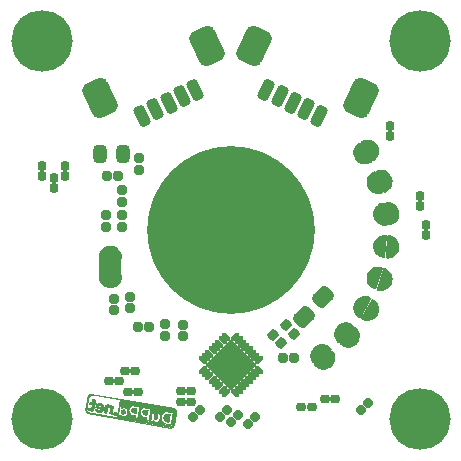
<source format=gbs>
G04*
G04 #@! TF.GenerationSoftware,Altium Limited,Altium Designer,21.8.1 (53)*
G04*
G04 Layer_Color=16711935*
%FSLAX25Y25*%
%MOIN*%
G70*
G04*
G04 #@! TF.SameCoordinates,509546C8-056D-42BE-A314-9817B2043C00*
G04*
G04*
G04 #@! TF.FilePolarity,Negative*
G04*
G01*
G75*
%ADD37C,0.55918*%
%ADD38C,0.20485*%
%ADD74C,0.00100*%
G04:AMPARAMS|DCode=75|XSize=67.06mil|YSize=56.42mil|CornerRadius=16.11mil|HoleSize=0mil|Usage=FLASHONLY|Rotation=225.000|XOffset=0mil|YOffset=0mil|HoleType=Round|Shape=RoundedRectangle|*
%AMROUNDEDRECTD75*
21,1,0.06706,0.02421,0,0,225.0*
21,1,0.03484,0.05642,0,0,225.0*
1,1,0.03221,-0.02088,-0.00376*
1,1,0.03221,0.00376,0.02088*
1,1,0.03221,0.02088,0.00376*
1,1,0.03221,-0.00376,-0.02088*
%
%ADD75ROUNDEDRECTD75*%
%ADD76O,0.04737X0.02769*%
%ADD77R,0.07800X0.05400*%
%ADD78C,0.02769*%
G04:AMPARAMS|DCode=79|XSize=32.5mil|YSize=34mil|CornerRadius=10.13mil|HoleSize=0mil|Usage=FLASHONLY|Rotation=180.000|XOffset=0mil|YOffset=0mil|HoleType=Round|Shape=RoundedRectangle|*
%AMROUNDEDRECTD79*
21,1,0.03250,0.01375,0,0,180.0*
21,1,0.01225,0.03400,0,0,180.0*
1,1,0.02025,-0.00613,0.00688*
1,1,0.02025,0.00613,0.00688*
1,1,0.02025,0.00613,-0.00688*
1,1,0.02025,-0.00613,-0.00688*
%
%ADD79ROUNDEDRECTD79*%
G04:AMPARAMS|DCode=80|XSize=31.62mil|YSize=29.65mil|CornerRadius=9.41mil|HoleSize=0mil|Usage=FLASHONLY|Rotation=270.000|XOffset=0mil|YOffset=0mil|HoleType=Round|Shape=RoundedRectangle|*
%AMROUNDEDRECTD80*
21,1,0.03162,0.01083,0,0,270.0*
21,1,0.01280,0.02965,0,0,270.0*
1,1,0.01883,-0.00541,-0.00640*
1,1,0.01883,-0.00541,0.00640*
1,1,0.01883,0.00541,0.00640*
1,1,0.01883,0.00541,-0.00640*
%
%ADD80ROUNDEDRECTD80*%
G04:AMPARAMS|DCode=81|XSize=16.66mil|YSize=33.2mil|CornerRadius=0mil|HoleSize=0mil|Usage=FLASHONLY|Rotation=45.000|XOffset=0mil|YOffset=0mil|HoleType=Round|Shape=Round|*
%AMOVALD81*
21,1,0.01654,0.01666,0.00000,0.00000,135.0*
1,1,0.01666,0.00585,-0.00585*
1,1,0.01666,-0.00585,0.00585*
%
%ADD81OVALD81*%

G04:AMPARAMS|DCode=82|XSize=16.66mil|YSize=33.2mil|CornerRadius=0mil|HoleSize=0mil|Usage=FLASHONLY|Rotation=135.000|XOffset=0mil|YOffset=0mil|HoleType=Round|Shape=Round|*
%AMOVALD82*
21,1,0.01654,0.01666,0.00000,0.00000,225.0*
1,1,0.01666,0.00585,0.00585*
1,1,0.01666,-0.00585,-0.00585*
%
%ADD82OVALD82*%

%ADD83P,0.16721X4X180.0*%
G04:AMPARAMS|DCode=84|XSize=39.5mil|YSize=70.99mil|CornerRadius=11.87mil|HoleSize=0mil|Usage=FLASHONLY|Rotation=26.000|XOffset=0mil|YOffset=0mil|HoleType=Round|Shape=RoundedRectangle|*
%AMROUNDEDRECTD84*
21,1,0.03950,0.04724,0,0,26.0*
21,1,0.01575,0.07099,0,0,26.0*
1,1,0.02375,0.01743,-0.01778*
1,1,0.02375,0.00328,-0.02468*
1,1,0.02375,-0.01743,0.01778*
1,1,0.02375,-0.00328,0.02468*
%
%ADD84ROUNDEDRECTD84*%
G04:AMPARAMS|DCode=85|XSize=90.68mil|YSize=126.11mil|CornerRadius=24.67mil|HoleSize=0mil|Usage=FLASHONLY|Rotation=26.000|XOffset=0mil|YOffset=0mil|HoleType=Round|Shape=RoundedRectangle|*
%AMROUNDEDRECTD85*
21,1,0.09068,0.07677,0,0,26.0*
21,1,0.04134,0.12611,0,0,26.0*
1,1,0.04934,0.03541,-0.02544*
1,1,0.04934,-0.00175,-0.04356*
1,1,0.04934,-0.03541,0.02544*
1,1,0.04934,0.00175,0.04356*
%
%ADD85ROUNDEDRECTD85*%
G04:AMPARAMS|DCode=86|XSize=44mil|YSize=59mil|CornerRadius=13mil|HoleSize=0mil|Usage=FLASHONLY|Rotation=180.000|XOffset=0mil|YOffset=0mil|HoleType=Round|Shape=RoundedRectangle|*
%AMROUNDEDRECTD86*
21,1,0.04400,0.03300,0,0,180.0*
21,1,0.01800,0.05900,0,0,180.0*
1,1,0.02600,-0.00900,0.01650*
1,1,0.02600,0.00900,0.01650*
1,1,0.02600,0.00900,-0.01650*
1,1,0.02600,-0.00900,-0.01650*
%
%ADD86ROUNDEDRECTD86*%
G04:AMPARAMS|DCode=87|XSize=32.5mil|YSize=34mil|CornerRadius=10.13mil|HoleSize=0mil|Usage=FLASHONLY|Rotation=270.000|XOffset=0mil|YOffset=0mil|HoleType=Round|Shape=RoundedRectangle|*
%AMROUNDEDRECTD87*
21,1,0.03250,0.01375,0,0,270.0*
21,1,0.01225,0.03400,0,0,270.0*
1,1,0.02025,-0.00688,-0.00613*
1,1,0.02025,-0.00688,0.00613*
1,1,0.02025,0.00688,0.00613*
1,1,0.02025,0.00688,-0.00613*
%
%ADD87ROUNDEDRECTD87*%
G04:AMPARAMS|DCode=88|XSize=32.5mil|YSize=34mil|CornerRadius=10.13mil|HoleSize=0mil|Usage=FLASHONLY|Rotation=315.000|XOffset=0mil|YOffset=0mil|HoleType=Round|Shape=RoundedRectangle|*
%AMROUNDEDRECTD88*
21,1,0.03250,0.01375,0,0,315.0*
21,1,0.01225,0.03400,0,0,315.0*
1,1,0.02025,-0.00053,-0.00919*
1,1,0.02025,-0.00919,-0.00053*
1,1,0.02025,0.00053,0.00919*
1,1,0.02025,0.00919,0.00053*
%
%ADD88ROUNDEDRECTD88*%
G04:AMPARAMS|DCode=89|XSize=90.68mil|YSize=126.11mil|CornerRadius=24.67mil|HoleSize=0mil|Usage=FLASHONLY|Rotation=154.000|XOffset=0mil|YOffset=0mil|HoleType=Round|Shape=RoundedRectangle|*
%AMROUNDEDRECTD89*
21,1,0.09068,0.07677,0,0,154.0*
21,1,0.04134,0.12611,0,0,154.0*
1,1,0.04934,-0.00175,0.04356*
1,1,0.04934,0.03541,0.02544*
1,1,0.04934,0.00175,-0.04356*
1,1,0.04934,-0.03541,-0.02544*
%
%ADD89ROUNDEDRECTD89*%
G04:AMPARAMS|DCode=90|XSize=39.5mil|YSize=70.99mil|CornerRadius=11.87mil|HoleSize=0mil|Usage=FLASHONLY|Rotation=334.000|XOffset=0mil|YOffset=0mil|HoleType=Round|Shape=RoundedRectangle|*
%AMROUNDEDRECTD90*
21,1,0.03950,0.04724,0,0,334.0*
21,1,0.01575,0.07099,0,0,334.0*
1,1,0.02375,-0.00328,-0.02468*
1,1,0.02375,-0.01743,-0.01778*
1,1,0.02375,0.00328,0.02468*
1,1,0.02375,0.01743,0.01778*
%
%ADD90ROUNDEDRECTD90*%
G04:AMPARAMS|DCode=91|XSize=32.5mil|YSize=34mil|CornerRadius=10.13mil|HoleSize=0mil|Usage=FLASHONLY|Rotation=270.000|XOffset=0mil|YOffset=0mil|HoleType=Round|Shape=RoundedRectangle|*
%AMROUNDEDRECTD91*
21,1,0.03250,0.01375,0,0,270.0*
21,1,0.01225,0.03400,0,0,270.0*
1,1,0.02025,-0.00688,-0.00613*
1,1,0.02025,-0.00688,0.00613*
1,1,0.02025,0.00688,0.00613*
1,1,0.02025,0.00688,-0.00613*
%
%ADD91ROUNDEDRECTD91*%
G04:AMPARAMS|DCode=92|XSize=32.5mil|YSize=34mil|CornerRadius=10.13mil|HoleSize=0mil|Usage=FLASHONLY|Rotation=270.000|XOffset=0mil|YOffset=0mil|HoleType=Round|Shape=RoundedRectangle|*
%AMROUNDEDRECTD92*
21,1,0.03250,0.01375,0,0,270.0*
21,1,0.01225,0.03400,0,0,270.0*
1,1,0.02025,-0.00688,-0.00613*
1,1,0.02025,-0.00688,0.00613*
1,1,0.02025,0.00688,0.00613*
1,1,0.02025,0.00688,-0.00613*
%
%ADD92ROUNDEDRECTD92*%
G04:AMPARAMS|DCode=93|XSize=31.62mil|YSize=29.65mil|CornerRadius=9.41mil|HoleSize=0mil|Usage=FLASHONLY|Rotation=0.000|XOffset=0mil|YOffset=0mil|HoleType=Round|Shape=RoundedRectangle|*
%AMROUNDEDRECTD93*
21,1,0.03162,0.01083,0,0,0.0*
21,1,0.01280,0.02965,0,0,0.0*
1,1,0.01883,0.00640,-0.00541*
1,1,0.01883,-0.00640,-0.00541*
1,1,0.01883,-0.00640,0.00541*
1,1,0.01883,0.00640,0.00541*
%
%ADD93ROUNDEDRECTD93*%
G04:AMPARAMS|DCode=94|XSize=31.62mil|YSize=29.65mil|CornerRadius=9.41mil|HoleSize=0mil|Usage=FLASHONLY|Rotation=45.000|XOffset=0mil|YOffset=0mil|HoleType=Round|Shape=RoundedRectangle|*
%AMROUNDEDRECTD94*
21,1,0.03162,0.01083,0,0,45.0*
21,1,0.01280,0.02965,0,0,45.0*
1,1,0.01883,0.00835,0.00070*
1,1,0.01883,-0.00070,-0.00835*
1,1,0.01883,-0.00835,-0.00070*
1,1,0.01883,0.00070,0.00835*
%
%ADD94ROUNDEDRECTD94*%
G36*
X42976Y29225D02*
X42998Y29225D01*
X43002Y29224D01*
X43006Y29224D01*
X43028Y29220D01*
X43050Y29216D01*
X43054Y29215D01*
X43058Y29214D01*
X43079Y29207D01*
X43100Y29201D01*
X43104Y29199D01*
X43108Y29198D01*
X43128Y29188D01*
X43148Y29179D01*
X43151Y29177D01*
X43155Y29175D01*
X43174Y29163D01*
X43192Y29151D01*
X43195Y29149D01*
X43199Y29146D01*
X43216Y29132D01*
X43233Y29118D01*
X43236Y29115D01*
X43239Y29112D01*
X43253Y29096D01*
X43269Y29079D01*
X43271Y29076D01*
X43274Y29073D01*
X43286Y29055D01*
X43299Y29037D01*
X46986Y23087D01*
X47009Y23043D01*
X47011Y23040D01*
D01*
X47011Y23040D01*
X47023Y23008D01*
X47029Y22991D01*
Y22991D01*
X47029Y22991D01*
X47041Y22940D01*
X47045Y22903D01*
X47046Y22888D01*
Y22888D01*
Y22888D01*
X47045Y22836D01*
X47036Y22784D01*
X47022Y22738D01*
X47021Y22734D01*
Y22734D01*
X47021Y22734D01*
X47015Y22722D01*
X46999Y22686D01*
X46986Y22665D01*
X46971Y22641D01*
X46944Y22609D01*
X46938Y22601D01*
X46938Y22601D01*
Y22601D01*
X46932Y22596D01*
X46900Y22565D01*
X46857Y22535D01*
X46857Y22535D01*
X46857Y22535D01*
X46857Y22535D01*
X46564Y22353D01*
X46552Y22347D01*
X46541Y22340D01*
X46529Y22335D01*
X46518Y22329D01*
X46505Y22324D01*
X46493Y22319D01*
X45848Y22077D01*
X45835Y22073D01*
X45823Y22068D01*
X45810Y22065D01*
X45797Y22061D01*
X45785Y22059D01*
X45772Y22056D01*
X45091Y21945D01*
X45078Y21944D01*
X45065Y21942D01*
X45052Y21941D01*
X45039Y21940D01*
X45026Y21940D01*
X45013Y21940D01*
X44324Y21964D01*
X44311Y21965D01*
X44298Y21966D01*
X44285Y21968D01*
X44272Y21969D01*
X44259Y21972D01*
X44246Y21974D01*
X43575Y22132D01*
X43562Y22136D01*
X43549Y22139D01*
X43537Y22143D01*
X43525Y22147D01*
X43513Y22152D01*
X43500Y22157D01*
X42873Y22443D01*
X42861Y22449D01*
X42849Y22454D01*
X42838Y22461D01*
X42827Y22467D01*
X42816Y22475D01*
X42805Y22482D01*
X42245Y22884D01*
X42235Y22893D01*
X42224Y22900D01*
X42215Y22909D01*
X42204Y22918D01*
X42195Y22927D01*
X42186Y22936D01*
X41715Y23440D01*
X41707Y23450D01*
X41698Y23460D01*
X41691Y23471D01*
X41682Y23481D01*
X41675Y23492D01*
X41668Y23503D01*
X41486Y23796D01*
X41486Y23796D01*
X41305Y24089D01*
X41298Y24100D01*
X41291Y24112D01*
X41286Y24124D01*
X41280Y24135D01*
X41275Y24147D01*
X41270Y24159D01*
X41028Y24805D01*
X41024Y24817D01*
X41020Y24830D01*
X41017Y24843D01*
X41013Y24855D01*
X41011Y24868D01*
X41008Y24881D01*
X40897Y25561D01*
X40895Y25574D01*
X40893Y25587D01*
X40893Y25600D01*
X40892Y25613D01*
X40892Y25627D01*
X40892Y25640D01*
X40915Y26329D01*
X40916Y26342D01*
X40917Y26355D01*
X40919Y26368D01*
X40920Y26381D01*
X40923Y26394D01*
X40925Y26407D01*
X41083Y27078D01*
X41087Y27090D01*
X41090Y27103D01*
X41095Y27115D01*
X41098Y27128D01*
X41104Y27140D01*
X41109Y27152D01*
X41394Y27780D01*
X41400Y27791D01*
X41406Y27803D01*
X41412Y27814D01*
X41419Y27826D01*
X41427Y27837D01*
X41433Y27848D01*
X41836Y28407D01*
X41844Y28418D01*
X41852Y28428D01*
X41861Y28438D01*
X41869Y28448D01*
X41879Y28457D01*
X41888Y28466D01*
X42392Y28937D01*
X42402Y28945D01*
X42411Y28954D01*
X42422Y28962D01*
X42432Y28970D01*
X42443Y28977D01*
X42454Y28985D01*
X42747Y29166D01*
X42747Y29166D01*
X42751Y29168D01*
X42754Y29171D01*
X42774Y29180D01*
X42793Y29191D01*
X42797Y29193D01*
X42801Y29194D01*
X42822Y29202D01*
X42843Y29209D01*
X42847Y29210D01*
X42850Y29212D01*
X42872Y29216D01*
X42894Y29221D01*
X42898Y29222D01*
X42902Y29223D01*
X42924Y29224D01*
X42946Y29226D01*
X42950Y29226D01*
X42954Y29226D01*
X42976Y29225D01*
D02*
G37*
G36*
X45327Y30225D02*
X45340Y30225D01*
X46029Y30202D01*
X46042Y30200D01*
X46055Y30200D01*
X46068Y30198D01*
X46081Y30196D01*
X46094Y30193D01*
X46107Y30191D01*
X46778Y30034D01*
X46791Y30030D01*
X46804Y30027D01*
X46816Y30022D01*
X46828Y30018D01*
X46840Y30013D01*
X46853Y30008D01*
X47480Y29723D01*
X47492Y29717D01*
X47504Y29711D01*
X47515Y29704D01*
X47526Y29698D01*
X47537Y29690D01*
X47548Y29683D01*
X48108Y29281D01*
X48118Y29272D01*
X48129Y29265D01*
X48138Y29256D01*
X48148Y29247D01*
X48157Y29238D01*
X48167Y29229D01*
X48637Y28725D01*
X48646Y28715D01*
X48655Y28705D01*
X48662Y28694D01*
X48671Y28684D01*
X48678Y28673D01*
X48685Y28662D01*
X48867Y28370D01*
X48867Y28369D01*
X49048Y28076D01*
X49054Y28065D01*
X49061Y28054D01*
X49067Y28042D01*
X49073Y28030D01*
X49077Y28018D01*
X49083Y28006D01*
X49325Y27360D01*
X49329Y27348D01*
X49333Y27336D01*
X49336Y27323D01*
X49340Y27310D01*
X49342Y27297D01*
X49345Y27284D01*
X49456Y26604D01*
X49457Y26591D01*
X49460Y26578D01*
X49460Y26565D01*
X49461Y26552D01*
X49461Y26539D01*
X49461Y26526D01*
X49438Y25837D01*
X49436Y25824D01*
X49436Y25810D01*
X49434Y25798D01*
X49433Y25784D01*
X49430Y25772D01*
X49427Y25759D01*
X49270Y25087D01*
X49266Y25075D01*
X49263Y25062D01*
X49258Y25050D01*
X49254Y25037D01*
X49249Y25025D01*
X49244Y25013D01*
X48959Y24386D01*
X48953Y24374D01*
X48947Y24362D01*
X48940Y24351D01*
X48934Y24339D01*
X48926Y24329D01*
X48919Y24318D01*
X48517Y23758D01*
X48509Y23748D01*
X48501Y23737D01*
X48492Y23727D01*
X48484Y23717D01*
X48474Y23708D01*
X48465Y23699D01*
X47961Y23228D01*
X47951Y23220D01*
X47941Y23211D01*
X47931Y23203D01*
X47921Y23195D01*
X47909Y23188D01*
X47899Y23180D01*
X47606Y22999D01*
X47606Y22999D01*
X47600Y22996D01*
X47595Y22993D01*
X47577Y22984D01*
X47559Y22974D01*
X47554Y22972D01*
X47548Y22969D01*
X47529Y22963D01*
X47510Y22956D01*
X47504Y22954D01*
X47498Y22952D01*
X47479Y22949D01*
X47459Y22944D01*
X47453Y22943D01*
X47447Y22942D01*
X47427Y22941D01*
X47407Y22939D01*
X47401Y22939D01*
X47395Y22939D01*
X47375Y22940D01*
X47355Y22941D01*
X47348Y22942D01*
X47342Y22942D01*
X47323Y22946D01*
X47303Y22949D01*
X47297Y22951D01*
X47291Y22952D01*
X47272Y22959D01*
X47253Y22965D01*
X47247Y22967D01*
X47241Y22969D01*
X47223Y22978D01*
X47205Y22986D01*
X47200Y22990D01*
X47194Y22993D01*
X47178Y23004D01*
X47161Y23014D01*
X47156Y23018D01*
X47150Y23022D01*
X47135Y23035D01*
X47120Y23047D01*
X47116Y23052D01*
X47111Y23056D01*
X47098Y23071D01*
X47084Y23086D01*
X47081Y23091D01*
X47076Y23096D01*
X47065Y23112D01*
X47054Y23129D01*
X43367Y29079D01*
X43343Y29122D01*
X43342Y29125D01*
D01*
X43342Y29125D01*
X43330Y29158D01*
X43323Y29174D01*
Y29174D01*
X43323Y29174D01*
X43312Y29225D01*
X43308Y29262D01*
X43307Y29277D01*
Y29277D01*
Y29277D01*
X43308Y29330D01*
X43317Y29381D01*
X43328Y29416D01*
X43332Y29432D01*
X43354Y29479D01*
X43367Y29500D01*
X43382Y29524D01*
X43409Y29556D01*
X43415Y29564D01*
X43415Y29564D01*
Y29564D01*
X43420Y29569D01*
X43453Y29600D01*
X43462Y29606D01*
X43496Y29631D01*
X43496Y29631D01*
X43789Y29812D01*
X43801Y29818D01*
X43812Y29825D01*
X43824Y29831D01*
X43835Y29837D01*
X43848Y29841D01*
X43860Y29847D01*
X44505Y30089D01*
X44518Y30092D01*
X44530Y30097D01*
X44543Y30100D01*
X44556Y30104D01*
X44568Y30106D01*
X44581Y30109D01*
X45262Y30220D01*
X45275Y30221D01*
X45288Y30224D01*
X45301Y30224D01*
X45314Y30225D01*
X45327Y30225D01*
D02*
G37*
G36*
X49867Y20181D02*
X49880Y20181D01*
X50568Y20146D01*
X50582Y20145D01*
X50595Y20144D01*
X50608Y20142D01*
X50621Y20140D01*
X50633Y20137D01*
X50646Y20135D01*
X51315Y19966D01*
X51327Y19962D01*
X51340Y19959D01*
X51352Y19954D01*
X51365Y19950D01*
X51377Y19944D01*
X51389Y19940D01*
X52012Y19644D01*
X52023Y19637D01*
X52035Y19632D01*
X52046Y19625D01*
X52057Y19618D01*
X52068Y19611D01*
X52079Y19603D01*
X52632Y19192D01*
X52642Y19183D01*
X52653Y19176D01*
X52662Y19166D01*
X52672Y19158D01*
X52681Y19148D01*
X52690Y19139D01*
X53153Y18628D01*
X53161Y18617D01*
X53169Y18608D01*
X53177Y18597D01*
X53185Y18586D01*
X53192Y18575D01*
X53199Y18564D01*
X53553Y17972D01*
X53559Y17961D01*
X53566Y17950D01*
X53571Y17937D01*
X53577Y17926D01*
X53581Y17913D01*
X53586Y17901D01*
X53702Y17577D01*
X53702Y17577D01*
X53818Y17252D01*
X53821Y17239D01*
X53826Y17227D01*
X53828Y17214D01*
X53832Y17201D01*
X53834Y17188D01*
X53837Y17176D01*
X53937Y16493D01*
X53938Y16480D01*
X53940Y16467D01*
X53940Y16454D01*
X53941Y16441D01*
X53940Y16428D01*
X53940Y16415D01*
X53906Y15726D01*
X53904Y15713D01*
X53904Y15700D01*
X53901Y15687D01*
X53900Y15674D01*
X53896Y15662D01*
X53894Y15649D01*
X53726Y14980D01*
X53722Y14968D01*
X53718Y14955D01*
X53713Y14943D01*
X53710Y14930D01*
X53704Y14919D01*
X53699Y14906D01*
X53403Y14283D01*
X53397Y14272D01*
X53391Y14260D01*
X53384Y14249D01*
X53378Y14238D01*
X53370Y14227D01*
X53363Y14216D01*
X52951Y13663D01*
X52943Y13653D01*
X52935Y13642D01*
X52926Y13633D01*
X52917Y13623D01*
X52908Y13614D01*
X52899Y13605D01*
X52387Y13142D01*
X52377Y13134D01*
X52367Y13126D01*
X52356Y13118D01*
X52346Y13110D01*
X52335Y13103D01*
X52324Y13096D01*
X51732Y12742D01*
X51720Y12736D01*
X51709Y12729D01*
X51697Y12724D01*
X51685Y12718D01*
X51673Y12714D01*
X51661Y12709D01*
X51336Y12593D01*
X51333Y12592D01*
X51331Y12591D01*
X51309Y12585D01*
X51286Y12579D01*
X51283Y12578D01*
X51280Y12578D01*
X51257Y12574D01*
X51234Y12571D01*
X51231Y12571D01*
X51228Y12571D01*
X51205Y12571D01*
X51181Y12570D01*
X51178Y12571D01*
X51176D01*
X51152Y12574D01*
X51129Y12576D01*
X51127Y12577D01*
X51124Y12577D01*
X51101Y12584D01*
X51078Y12589D01*
X51076Y12590D01*
X51073Y12591D01*
X51051Y12600D01*
X51030Y12608D01*
X51027Y12610D01*
X51025Y12611D01*
X51004Y12623D01*
X50989Y12631D01*
X50984Y12634D01*
X50982Y12636D01*
X50979Y12637D01*
X50979Y12637D01*
X50960Y12652D01*
X50942Y12665D01*
X50940Y12667D01*
X50938Y12669D01*
X50921Y12686D01*
X50904Y12702D01*
X50902Y12704D01*
X50900Y12706D01*
X50886Y12725D01*
X50872Y12743D01*
X50870Y12745D01*
X50868Y12748D01*
X50857Y12768D01*
X50845Y12788D01*
X50844Y12791D01*
X50842Y12793D01*
X50833Y12815D01*
X50824Y12836D01*
X48475Y19430D01*
Y19430D01*
Y19430D01*
X48475Y19430D01*
X48461Y19481D01*
X48453Y19533D01*
X48452Y19583D01*
X48452Y19585D01*
D01*
Y19585D01*
X48458Y19637D01*
X48468Y19676D01*
X48471Y19688D01*
X48471Y19688D01*
Y19688D01*
X48474Y19695D01*
X48491Y19737D01*
X48513Y19777D01*
X48516Y19783D01*
X48531Y19803D01*
X48548Y19825D01*
X48584Y19862D01*
D01*
X48584Y19862D01*
X48594Y19870D01*
X48625Y19895D01*
X48647Y19908D01*
X48670Y19922D01*
X48708Y19938D01*
X48718Y19942D01*
X49043Y20058D01*
X49056Y20062D01*
X49068Y20066D01*
X49081Y20069D01*
X49093Y20073D01*
X49106Y20074D01*
X49119Y20077D01*
X49801Y20177D01*
X49815Y20178D01*
X49828Y20180D01*
X49841Y20180D01*
X49854Y20182D01*
X49867Y20181D01*
D02*
G37*
G36*
X48030Y19669D02*
X48043Y19670D01*
X48056Y19668D01*
X48068Y19668D01*
X48082Y19665D01*
X48095Y19663D01*
X48107Y19660D01*
X48120Y19658D01*
X48133Y19654D01*
X48146Y19651D01*
X48158Y19646D01*
X48170Y19642D01*
X48182Y19636D01*
X48195Y19631D01*
X48206Y19625D01*
X48217Y19620D01*
X48229Y19612D01*
X48241Y19606D01*
X48251Y19598D01*
X48261Y19591D01*
X48272Y19583D01*
X48283Y19575D01*
X48292Y19566D01*
X48302Y19557D01*
X48311Y19547D01*
X48320Y19538D01*
X48328Y19528D01*
X48337Y19519D01*
X48344Y19508D01*
X48353Y19497D01*
X48353Y19497D01*
D01*
X48359Y19486D01*
X48367Y19476D01*
X48367Y19476D01*
X48373Y19463D01*
X48380Y19452D01*
X48385Y19440D01*
X48391Y19429D01*
X48395Y19416D01*
X48401Y19404D01*
X50749Y12810D01*
Y12810D01*
Y12810D01*
X50749Y12810D01*
X50752Y12799D01*
X50763Y12759D01*
X50771Y12707D01*
X50772Y12655D01*
D01*
Y12655D01*
X50770Y12641D01*
X50766Y12603D01*
X50753Y12552D01*
X50753Y12552D01*
Y12552D01*
X50750Y12545D01*
X50734Y12503D01*
X50711Y12463D01*
X50708Y12457D01*
X50693Y12437D01*
X50677Y12415D01*
X50640Y12378D01*
D01*
X50640Y12378D01*
X50631Y12370D01*
X50599Y12345D01*
X50554Y12318D01*
X50554Y12318D01*
X50554D01*
X50539Y12312D01*
X50506Y12297D01*
X50181Y12182D01*
X50169Y12178D01*
X50156Y12174D01*
X50144Y12171D01*
X50131Y12167D01*
X50118Y12166D01*
X50105Y12163D01*
X49423Y12063D01*
X49410Y12061D01*
X49397Y12060D01*
X49384Y12059D01*
X49371Y12058D01*
X49358Y12059D01*
X49345Y12059D01*
X48656Y12094D01*
X48643Y12095D01*
X48630Y12096D01*
X48617Y12098D01*
X48604Y12100D01*
X48591Y12103D01*
X48578Y12105D01*
X47910Y12274D01*
X47897Y12278D01*
X47884Y12281D01*
X47872Y12286D01*
X47860Y12290D01*
X47848Y12296D01*
X47836Y12300D01*
X47213Y12596D01*
X47201Y12602D01*
X47190Y12608D01*
X47179Y12615D01*
X47167Y12621D01*
X47157Y12629D01*
X47146Y12637D01*
X46592Y13048D01*
X46582Y13057D01*
X46572Y13064D01*
X46562Y13073D01*
X46552Y13082D01*
X46544Y13092D01*
X46534Y13101D01*
X46072Y13612D01*
X46064Y13623D01*
X46055Y13632D01*
X46047Y13643D01*
X46039Y13654D01*
X46033Y13665D01*
X46025Y13676D01*
X45672Y14267D01*
X45666Y14279D01*
X45659Y14290D01*
X45654Y14303D01*
X45648Y14314D01*
X45643Y14326D01*
X45638Y14339D01*
X45523Y14663D01*
X45522Y14663D01*
X45407Y14988D01*
X45403Y15001D01*
X45399Y15013D01*
X45396Y15026D01*
X45393Y15039D01*
X45391Y15052D01*
X45388Y15064D01*
X45288Y15746D01*
X45287Y15759D01*
X45285Y15773D01*
X45285Y15786D01*
X45283Y15799D01*
X45284Y15812D01*
X45284Y15825D01*
X45319Y16513D01*
X45320Y16526D01*
X45321Y16540D01*
X45323Y16553D01*
X45325Y16566D01*
X45328Y16578D01*
X45330Y16591D01*
X45499Y17260D01*
X45503Y17272D01*
X45506Y17285D01*
X45511Y17297D01*
X45515Y17310D01*
X45521Y17321D01*
X45526Y17334D01*
X45821Y17956D01*
X45828Y17968D01*
X45833Y17980D01*
X45840Y17991D01*
X45847Y18002D01*
X45854Y18013D01*
X45862Y18024D01*
X46273Y18577D01*
X46282Y18587D01*
X46290Y18598D01*
X46299Y18607D01*
X46307Y18617D01*
X46317Y18626D01*
X46326Y18635D01*
X46837Y19097D01*
X46848Y19106D01*
X46858Y19114D01*
X46868Y19122D01*
X46879Y19130D01*
X46890Y19137D01*
X46901Y19144D01*
X47493Y19498D01*
X47504Y19504D01*
X47515Y19510D01*
X47528Y19516D01*
X47539Y19522D01*
X47552Y19526D01*
X47564Y19531D01*
X47888Y19647D01*
X47901Y19650D01*
X47913Y19655D01*
X47926Y19658D01*
X47939Y19661D01*
X47951Y19663D01*
X47964Y19666D01*
X47977Y19667D01*
X47991Y19669D01*
X48003Y19669D01*
X48016Y19670D01*
X48030Y19669D01*
D02*
G37*
G36*
X52225Y9424D02*
X52238Y9424D01*
X52926Y9377D01*
X52939Y9376D01*
X52952Y9375D01*
X52965Y9372D01*
X52978Y9370D01*
X52990Y9367D01*
X53003Y9364D01*
X53669Y9184D01*
X53681Y9180D01*
X53694Y9177D01*
X53706Y9172D01*
X53718Y9167D01*
X53730Y9161D01*
X53742Y9156D01*
X54360Y8850D01*
X54371Y8843D01*
X54383Y8838D01*
X54394Y8830D01*
X54405Y8824D01*
X54415Y8816D01*
X54426Y8808D01*
X54972Y8387D01*
X54982Y8378D01*
X54993Y8370D01*
X55002Y8361D01*
X55012Y8352D01*
X55020Y8343D01*
X55029Y8333D01*
X55483Y7814D01*
X55491Y7803D01*
X55499Y7793D01*
X55506Y7783D01*
X55515Y7772D01*
X55521Y7761D01*
X55528Y7750D01*
X55871Y7152D01*
X55877Y7140D01*
X55884Y7129D01*
X55889Y7116D01*
X55895Y7105D01*
X55899Y7092D01*
X55904Y7080D01*
X56124Y6427D01*
X56127Y6414D01*
X56131Y6401D01*
X56134Y6389D01*
X56137Y6376D01*
X56139Y6363D01*
X56141Y6350D01*
X56185Y6008D01*
X56185Y6007D01*
X56229Y5666D01*
X56230Y5653D01*
X56232Y5640D01*
X56232Y5627D01*
X56233Y5614D01*
X56232Y5601D01*
X56232Y5588D01*
X56185Y4900D01*
X56183Y4887D01*
X56182Y4874D01*
X56180Y4861D01*
X56178Y4848D01*
X56174Y4835D01*
X56172Y4822D01*
X55992Y4157D01*
X55987Y4144D01*
X55984Y4132D01*
X55979Y4120D01*
X55975Y4107D01*
X55969Y4095D01*
X55964Y4083D01*
X55657Y3466D01*
X55651Y3454D01*
X55645Y3443D01*
X55638Y3432D01*
X55631Y3420D01*
X55623Y3410D01*
X55616Y3399D01*
X55194Y2853D01*
X55186Y2843D01*
X55178Y2833D01*
X55168Y2824D01*
X55160Y2814D01*
X55150Y2805D01*
X55141Y2796D01*
X54621Y2343D01*
X54611Y2335D01*
X54601Y2326D01*
X54590Y2319D01*
X54579Y2311D01*
X54568Y2305D01*
X54557Y2297D01*
X53959Y1954D01*
X53947Y1948D01*
X53936Y1942D01*
X53924Y1937D01*
X53912Y1931D01*
X53900Y1927D01*
X53887Y1922D01*
X53234Y1702D01*
X53221Y1699D01*
X53209Y1694D01*
X53196Y1692D01*
X53183Y1688D01*
X53170Y1687D01*
X53157Y1684D01*
X52816Y1640D01*
X52789Y1639D01*
X52764Y1637D01*
X52764Y1637D01*
X52763Y1637D01*
X52738Y1639D01*
X52712Y1640D01*
X52711Y1640D01*
X52711Y1640D01*
X52686Y1646D01*
X52661Y1651D01*
X52660Y1651D01*
X52659Y1651D01*
X52636Y1659D01*
X52611Y1667D01*
X52610Y1668D01*
X52610Y1668D01*
X52588Y1679D01*
X52564Y1691D01*
X52563Y1691D01*
X52563Y1691D01*
X52541Y1706D01*
X52520Y1720D01*
X52520Y1720D01*
X52519Y1720D01*
X52500Y1737D01*
X52481Y1754D01*
X52480Y1755D01*
X52480Y1755D01*
X52464Y1773D01*
X52446Y1794D01*
X52446Y1794D01*
X52446Y1795D01*
X52432Y1815D01*
X52417Y1837D01*
X52417Y1838D01*
X52416Y1838D01*
X52406Y1860D01*
X52394Y1884D01*
X52394Y1885D01*
X52394Y1885D01*
X52386Y1907D01*
X52377Y1934D01*
X52377Y1935D01*
X52377Y1935D01*
X52372Y1959D01*
X52367Y1985D01*
X52367Y1986D01*
X52367Y1987D01*
X52367Y1987D01*
X51471Y8929D01*
X51468Y8972D01*
X51468Y8981D01*
Y8981D01*
Y8981D01*
X51471Y9034D01*
X51476Y9054D01*
X51482Y9085D01*
X51499Y9135D01*
X51522Y9182D01*
D01*
X51522Y9182D01*
X51551Y9225D01*
X51578Y9255D01*
X51586Y9264D01*
X51586Y9264D01*
X51586Y9264D01*
X51626Y9299D01*
X51669Y9328D01*
X51716Y9351D01*
X51766Y9368D01*
X51817Y9378D01*
X51818Y9378D01*
X52159Y9422D01*
X52172Y9423D01*
X52185Y9425D01*
X52198Y9425D01*
X52212Y9425D01*
X52225Y9424D01*
D02*
G37*
G36*
X51010Y9268D02*
X51023Y9268D01*
X51036Y9266D01*
X51048Y9265D01*
X51062Y9262D01*
X51075Y9260D01*
X51087Y9257D01*
X51100Y9255D01*
X51113Y9250D01*
X51126Y9246D01*
X51137Y9242D01*
X51149Y9238D01*
X51161Y9232D01*
X51174Y9226D01*
X51185Y9220D01*
X51196Y9214D01*
X51208Y9207D01*
X51219Y9200D01*
X51229Y9192D01*
X51240Y9185D01*
X51250Y9176D01*
X51261Y9168D01*
X51270Y9159D01*
X51279Y9150D01*
X51288Y9140D01*
X51298Y9130D01*
X51305Y9120D01*
X51314Y9111D01*
X51321Y9099D01*
X51329Y9088D01*
X51336Y9078D01*
X51343Y9067D01*
X51349Y9055D01*
X51355Y9043D01*
X51360Y9031D01*
X51366Y9020D01*
X51370Y9007D01*
X51375Y8994D01*
X51378Y8982D01*
X51382Y8970D01*
X51385Y8957D01*
X51389Y8944D01*
X51390Y8931D01*
X51393Y8919D01*
X52288Y1976D01*
X52291Y1933D01*
X52291Y1924D01*
Y1924D01*
Y1924D01*
X52288Y1872D01*
X52284Y1851D01*
X52277Y1820D01*
X52260Y1771D01*
X52237Y1724D01*
D01*
X52237Y1724D01*
X52227Y1709D01*
X52208Y1680D01*
X52173Y1641D01*
X52173Y1641D01*
X52173Y1641D01*
X52134Y1606D01*
X52104Y1587D01*
X52090Y1577D01*
X52090Y1577D01*
D01*
X52043Y1554D01*
X52031Y1550D01*
X51993Y1538D01*
X51968Y1533D01*
X51942Y1527D01*
X51942Y1527D01*
X51600Y1483D01*
X51587Y1483D01*
X51574Y1481D01*
X51561Y1481D01*
X51547Y1480D01*
X51534Y1481D01*
X51521Y1481D01*
X50833Y1528D01*
X50820Y1530D01*
X50807Y1531D01*
X50795Y1533D01*
X50782Y1535D01*
X50769Y1538D01*
X50756Y1541D01*
X50090Y1721D01*
X50078Y1725D01*
X50065Y1729D01*
X50053Y1734D01*
X50041Y1738D01*
X50029Y1744D01*
X50017Y1749D01*
X49399Y2056D01*
X49388Y2062D01*
X49376Y2068D01*
X49365Y2075D01*
X49354Y2082D01*
X49344Y2090D01*
X49333Y2097D01*
X48787Y2518D01*
X48777Y2527D01*
X48767Y2535D01*
X48757Y2544D01*
X48748Y2553D01*
X48739Y2563D01*
X48730Y2572D01*
X48276Y3092D01*
X48268Y3102D01*
X48260Y3112D01*
X48253Y3123D01*
X48245Y3133D01*
X48238Y3145D01*
X48231Y3156D01*
X47888Y3754D01*
X47882Y3765D01*
X47875Y3777D01*
X47870Y3789D01*
X47865Y3801D01*
X47860Y3813D01*
X47855Y3825D01*
X47636Y4479D01*
X47632Y4492D01*
X47628Y4504D01*
X47625Y4517D01*
X47622Y4530D01*
X47620Y4543D01*
X47618Y4555D01*
X47574Y4897D01*
X47574Y4897D01*
X47530Y5239D01*
X47529Y5252D01*
X47527Y5265D01*
X47527Y5279D01*
X47526Y5291D01*
X47527Y5305D01*
X47527Y5318D01*
X47574Y6006D01*
X47576Y6019D01*
X47577Y6032D01*
X47580Y6045D01*
X47581Y6058D01*
X47585Y6070D01*
X47587Y6083D01*
X47767Y6749D01*
X47772Y6761D01*
X47775Y6774D01*
X47780Y6786D01*
X47784Y6798D01*
X47790Y6810D01*
X47795Y6822D01*
X48102Y7440D01*
X48108Y7451D01*
X48114Y7463D01*
X48122Y7474D01*
X48128Y7485D01*
X48136Y7495D01*
X48144Y7506D01*
X48565Y8052D01*
X48573Y8062D01*
X48581Y8072D01*
X48591Y8082D01*
X48599Y8091D01*
X48609Y8100D01*
X48619Y8109D01*
X49138Y8563D01*
X49148Y8570D01*
X49158Y8579D01*
X49169Y8586D01*
X49180Y8594D01*
X49191Y8601D01*
X49202Y8608D01*
X49800Y8951D01*
X49812Y8957D01*
X49823Y8964D01*
X49835Y8969D01*
X49847Y8974D01*
X49859Y8979D01*
X49872Y8984D01*
X50525Y9203D01*
X50538Y9207D01*
X50550Y9211D01*
X50563Y9213D01*
X50576Y9217D01*
X50589Y9219D01*
X50602Y9221D01*
X50943Y9265D01*
X50944Y9265D01*
X50957Y9266D01*
X50971Y9268D01*
X50983Y9268D01*
X50996Y9268D01*
X51010Y9268D01*
D02*
G37*
G36*
X51422Y-1498D02*
X51435Y-1499D01*
X51778Y-1528D01*
X51778D01*
X51789Y-1530D01*
X51800Y-1531D01*
X51800Y-1531D01*
X51815Y-1534D01*
X51830Y-1536D01*
X51841Y-1539D01*
X51852Y-1542D01*
X51866Y-1547D01*
X51880Y-1551D01*
X51890Y-1555D01*
X51901Y-1559D01*
X51915Y-1566D01*
X51928Y-1572D01*
X51938Y-1578D01*
X51948Y-1583D01*
X51960Y-1591D01*
X51973Y-1599D01*
X51982Y-1606D01*
X51991Y-1612D01*
X52002Y-1623D01*
X52014Y-1632D01*
X52022Y-1640D01*
X52030Y-1647D01*
X52040Y-1659D01*
X52051Y-1670D01*
X52057Y-1679D01*
X52064Y-1687D01*
X52073Y-1700D01*
X52082Y-1712D01*
X52087Y-1722D01*
X52093Y-1731D01*
X52100Y-1745D01*
X52107Y-1758D01*
X52111Y-1768D01*
X52116Y-1778D01*
X52120Y-1793D01*
X52126Y-1807D01*
X52128Y-1818D01*
X52132Y-1828D01*
X52135Y-1843D01*
X52138Y-1858D01*
X52140Y-1869D01*
X52142Y-1880D01*
X52142Y-1895D01*
X52144Y-1910D01*
X52144Y-1921D01*
X52144Y-1932D01*
X52143Y-1947D01*
X52143Y-1963D01*
X52143Y-1963D01*
X51537Y-8936D01*
X51535Y-8952D01*
X51529Y-8988D01*
X51515Y-9038D01*
X51494Y-9086D01*
Y-9086D01*
X51494Y-9086D01*
X51484Y-9102D01*
X51466Y-9131D01*
X51434Y-9172D01*
X51396Y-9208D01*
X51369Y-9228D01*
X51353Y-9240D01*
X51316Y-9260D01*
X51307Y-9265D01*
X51307D01*
X51307Y-9265D01*
X51297Y-9269D01*
X51259Y-9284D01*
X51208Y-9296D01*
X51156Y-9302D01*
X51103Y-9301D01*
X50760Y-9271D01*
X50747Y-9269D01*
X50734Y-9268D01*
X50721Y-9265D01*
X50708Y-9263D01*
X50695Y-9260D01*
X50682Y-9257D01*
X50020Y-9064D01*
X50008Y-9060D01*
X49995Y-9056D01*
X49984Y-9051D01*
X49971Y-9046D01*
X49959Y-9040D01*
X49948Y-9035D01*
X49336Y-8717D01*
X49325Y-8710D01*
X49313Y-8704D01*
X49302Y-8697D01*
X49291Y-8690D01*
X49281Y-8682D01*
X49270Y-8674D01*
X48732Y-8243D01*
X48722Y-8234D01*
X48712Y-8226D01*
X48703Y-8216D01*
X48693Y-8207D01*
X48685Y-8197D01*
X48676Y-8188D01*
X48232Y-7660D01*
X48224Y-7649D01*
X48216Y-7639D01*
X48209Y-7628D01*
X48201Y-7618D01*
X48195Y-7606D01*
X48188Y-7595D01*
X47856Y-6991D01*
X47850Y-6979D01*
X47844Y-6968D01*
X47839Y-6955D01*
X47834Y-6943D01*
X47830Y-6931D01*
X47825Y-6919D01*
X47617Y-6261D01*
X47614Y-6248D01*
X47610Y-6236D01*
X47608Y-6223D01*
X47605Y-6210D01*
X47603Y-6197D01*
X47601Y-6184D01*
X47526Y-5499D01*
X47525Y-5486D01*
X47523Y-5473D01*
X47524Y-5460D01*
X47523Y-5447D01*
X47524Y-5434D01*
X47525Y-5421D01*
X47554Y-5077D01*
X47555Y-5076D01*
X47584Y-4734D01*
X47586Y-4721D01*
X47587Y-4708D01*
X47590Y-4695D01*
X47592Y-4682D01*
X47596Y-4669D01*
X47599Y-4656D01*
X47791Y-3994D01*
X47796Y-3982D01*
X47799Y-3969D01*
X47805Y-3957D01*
X47809Y-3945D01*
X47815Y-3933D01*
X47820Y-3921D01*
X48138Y-3310D01*
X48145Y-3299D01*
X48151Y-3287D01*
X48159Y-3276D01*
X48166Y-3265D01*
X48174Y-3255D01*
X48181Y-3244D01*
X48613Y-2706D01*
X48621Y-2696D01*
X48630Y-2686D01*
X48639Y-2677D01*
X48648Y-2667D01*
X48658Y-2659D01*
X48667Y-2650D01*
X49195Y-2206D01*
X49206Y-2198D01*
X49216Y-2190D01*
X49227Y-2183D01*
X49238Y-2175D01*
X49249Y-2169D01*
X49260Y-2162D01*
X49864Y-1830D01*
X49876Y-1824D01*
X49888Y-1818D01*
X49900Y-1813D01*
X49912Y-1808D01*
X49924Y-1804D01*
X49937Y-1799D01*
X50594Y-1591D01*
X50607Y-1588D01*
X50619Y-1584D01*
X50632Y-1582D01*
X50645Y-1579D01*
X50658Y-1577D01*
X50671Y-1575D01*
X51356Y-1500D01*
X51369Y-1499D01*
X51382Y-1498D01*
X51396Y-1498D01*
X51409Y-1497D01*
X51422Y-1498D01*
D02*
G37*
G36*
X52656Y-1605D02*
X52656D01*
X52999Y-1634D01*
X53013Y-1636D01*
X53026Y-1638D01*
X53038Y-1640D01*
X53051Y-1642D01*
X53064Y-1646D01*
X53077Y-1649D01*
X53739Y-1841D01*
X53751Y-1846D01*
X53764Y-1850D01*
X53776Y-1855D01*
X53788Y-1859D01*
X53800Y-1865D01*
X53812Y-1871D01*
X54423Y-2189D01*
X54435Y-2195D01*
X54446Y-2201D01*
X54457Y-2209D01*
X54468Y-2216D01*
X54478Y-2224D01*
X54489Y-2231D01*
X55027Y-2663D01*
X55037Y-2672D01*
X55047Y-2680D01*
X55056Y-2689D01*
X55066Y-2698D01*
X55074Y-2708D01*
X55083Y-2718D01*
X55527Y-3246D01*
X55535Y-3256D01*
X55543Y-3266D01*
X55550Y-3277D01*
X55558Y-3288D01*
X55564Y-3299D01*
X55571Y-3310D01*
X55903Y-3915D01*
X55909Y-3926D01*
X55915Y-3938D01*
X55920Y-3950D01*
X55926Y-3962D01*
X55929Y-3975D01*
X55934Y-3987D01*
X56142Y-4644D01*
X56145Y-4657D01*
X56149Y-4670D01*
X56151Y-4682D01*
X56154Y-4695D01*
X56156Y-4708D01*
X56158Y-4721D01*
X56234Y-5406D01*
X56234Y-5420D01*
X56236Y-5433D01*
X56235Y-5446D01*
X56236Y-5459D01*
X56235Y-5472D01*
X56235Y-5485D01*
X56205Y-5829D01*
X56205Y-5829D01*
X56175Y-6172D01*
X56173Y-6185D01*
X56172Y-6198D01*
X56169Y-6211D01*
X56167Y-6224D01*
X56163Y-6236D01*
X56160Y-6249D01*
X55968Y-6911D01*
X55963Y-6924D01*
X55960Y-6936D01*
X55954Y-6948D01*
X55950Y-6960D01*
X55944Y-6972D01*
X55939Y-6984D01*
X55621Y-7596D01*
X55614Y-7607D01*
X55608Y-7619D01*
X55600Y-7629D01*
X55594Y-7641D01*
X55585Y-7651D01*
X55578Y-7662D01*
X55147Y-8200D01*
X55138Y-8209D01*
X55129Y-8219D01*
X55120Y-8229D01*
X55111Y-8238D01*
X55101Y-8247D01*
X55092Y-8256D01*
X54564Y-8699D01*
X54553Y-8707D01*
X54543Y-8715D01*
X54532Y-8723D01*
X54522Y-8730D01*
X54510Y-8737D01*
X54499Y-8744D01*
X53895Y-9076D01*
X53883Y-9081D01*
X53871Y-9088D01*
X53859Y-9092D01*
X53847Y-9098D01*
X53835Y-9102D01*
X53822Y-9107D01*
X53165Y-9314D01*
X53152Y-9318D01*
X53140Y-9321D01*
X53127Y-9324D01*
X53114Y-9327D01*
X53101Y-9328D01*
X53088Y-9331D01*
X52403Y-9406D01*
X52390Y-9407D01*
X52377Y-9408D01*
X52364Y-9408D01*
X52350Y-9408D01*
X52337Y-9407D01*
X52324Y-9407D01*
X51981Y-9377D01*
X51959Y-9374D01*
X51937Y-9371D01*
X51933Y-9370D01*
X51929Y-9369D01*
X51908Y-9363D01*
X51886Y-9357D01*
X51883Y-9356D01*
X51879Y-9355D01*
X51858Y-9346D01*
X51838Y-9337D01*
X51834Y-9335D01*
X51831Y-9334D01*
X51812Y-9322D01*
X51793Y-9311D01*
X51789Y-9308D01*
X51786Y-9306D01*
X51769Y-9292D01*
X51751Y-9279D01*
X51748Y-9276D01*
X51745Y-9273D01*
X51730Y-9258D01*
X51714Y-9242D01*
X51711Y-9239D01*
X51709Y-9236D01*
X51696Y-9218D01*
X51682Y-9200D01*
X51680Y-9197D01*
X51678Y-9193D01*
X51667Y-9174D01*
X51656Y-9155D01*
X51654Y-9151D01*
X51652Y-9147D01*
X51644Y-9127D01*
X51636Y-9106D01*
X51635Y-9102D01*
X51633Y-9099D01*
X51628Y-9077D01*
X51622Y-9055D01*
X51622Y-9052D01*
X51621Y-9048D01*
X51618Y-9026D01*
X51616Y-9003D01*
Y-8999D01*
X51615Y-8996D01*
X51616Y-8974D01*
X51616Y-8951D01*
X51616Y-8947D01*
X51616Y-8943D01*
X51616Y-8942D01*
X52222Y-1969D01*
X52224Y-1953D01*
X52230Y-1918D01*
X52245Y-1867D01*
X52266Y-1819D01*
Y-1819D01*
X52266Y-1819D01*
X52275Y-1803D01*
X52293Y-1774D01*
X52326Y-1733D01*
X52363Y-1697D01*
X52390Y-1677D01*
X52406Y-1666D01*
X52443Y-1645D01*
X52452Y-1641D01*
X52452D01*
X52452Y-1641D01*
X52462Y-1637D01*
X52500Y-1622D01*
X52551Y-1609D01*
X52604Y-1603D01*
X52604D01*
D01*
X52656Y-1605D01*
D02*
G37*
G36*
X-39801Y-5203D02*
X-39788Y-5203D01*
X-39775Y-5204D01*
X-39762Y-5205D01*
X-39749Y-5208D01*
X-39736Y-5209D01*
X-39058Y-5341D01*
X-39045Y-5344D01*
X-39032Y-5347D01*
X-39020Y-5351D01*
X-39007Y-5354D01*
X-38995Y-5359D01*
X-38982Y-5364D01*
X-38343Y-5626D01*
X-38331Y-5632D01*
X-38319Y-5637D01*
X-38308Y-5643D01*
X-38296Y-5649D01*
X-38285Y-5656D01*
X-38273Y-5663D01*
X-37698Y-6046D01*
X-37688Y-6054D01*
X-37677Y-6061D01*
X-37667Y-6070D01*
X-37657Y-6078D01*
X-37647Y-6087D01*
X-37637Y-6096D01*
X-37149Y-6584D01*
X-37140Y-6594D01*
X-37130Y-6604D01*
X-37123Y-6614D01*
X-37114Y-6624D01*
X-37107Y-6635D01*
X-37099Y-6646D01*
X-36716Y-7220D01*
X-36709Y-7232D01*
X-36702Y-7243D01*
X-36696Y-7255D01*
X-36690Y-7266D01*
X-36685Y-7278D01*
X-36679Y-7290D01*
X-36416Y-7929D01*
X-36412Y-7942D01*
X-36407Y-7954D01*
X-36404Y-7967D01*
X-36400Y-7979D01*
X-36397Y-7992D01*
X-36394Y-8005D01*
X-36262Y-8683D01*
X-36260Y-8696D01*
X-36258Y-8709D01*
X-36257Y-8722D01*
X-36255Y-8735D01*
X-36256Y-8748D01*
X-36255Y-8762D01*
X-36257Y-9107D01*
X-36257Y-9111D01*
X-36257Y-9115D01*
X-36259Y-9137D01*
X-36259Y-9138D01*
X-36260Y-9157D01*
X-36261Y-9158D01*
X-36261Y-9159D01*
X-36261Y-9163D01*
X-36262Y-9167D01*
X-36267Y-9189D01*
X-36268Y-9194D01*
X-36271Y-9208D01*
X-36271Y-9209D01*
X-36271Y-9211D01*
X-36272Y-9215D01*
X-36273Y-9218D01*
X-36281Y-9239D01*
X-36284Y-9247D01*
X-36288Y-9258D01*
X-36288Y-9258D01*
X-36288Y-9260D01*
X-36290Y-9264D01*
X-36292Y-9268D01*
X-36302Y-9287D01*
X-36307Y-9297D01*
X-36311Y-9305D01*
X-36311Y-9305D01*
X-36312Y-9307D01*
X-36314Y-9311D01*
X-36316Y-9314D01*
X-36329Y-9332D01*
X-36337Y-9344D01*
X-36340Y-9348D01*
X-36340Y-9349D01*
X-36341Y-9351D01*
X-36344Y-9354D01*
X-36346Y-9357D01*
X-36361Y-9373D01*
X-36373Y-9386D01*
X-36374Y-9388D01*
X-36374Y-9388D01*
X-36376Y-9390D01*
X-36379Y-9392D01*
X-36382Y-9395D01*
X-36399Y-9410D01*
X-36416Y-9424D01*
X-36419Y-9426D01*
X-36422Y-9429D01*
X-36441Y-9441D01*
X-36459Y-9453D01*
X-36463Y-9455D01*
X-36467Y-9457D01*
X-36487Y-9466D01*
X-36507Y-9476D01*
X-36511Y-9477D01*
X-36514Y-9479D01*
X-36535Y-9485D01*
X-36556Y-9493D01*
X-36560Y-9493D01*
X-36564Y-9494D01*
X-36586Y-9498D01*
X-36608Y-9502D01*
X-36612Y-9503D01*
X-36616Y-9503D01*
X-36638Y-9504D01*
X-36660Y-9505D01*
X-36663Y-9505D01*
X-36667D01*
X-36668Y-9505D01*
X-36669Y-9505D01*
X-43657Y-9506D01*
X-43682Y-9504D01*
X-43707Y-9503D01*
X-43708Y-9502D01*
X-43709Y-9502D01*
X-43733Y-9498D01*
X-43758Y-9493D01*
X-43760Y-9492D01*
X-43761Y-9492D01*
X-43784Y-9484D01*
X-43808Y-9476D01*
X-43809Y-9476D01*
X-43810Y-9475D01*
X-43833Y-9464D01*
X-43855Y-9453D01*
X-43856Y-9453D01*
X-43857Y-9452D01*
X-43878Y-9438D01*
X-43899Y-9424D01*
X-43900Y-9424D01*
X-43901Y-9423D01*
X-43919Y-9407D01*
X-43939Y-9390D01*
X-43940Y-9389D01*
X-43940Y-9388D01*
X-43957Y-9370D01*
X-43974Y-9351D01*
X-43974Y-9350D01*
X-43975Y-9349D01*
X-43989Y-9328D01*
X-44003Y-9307D01*
X-44003Y-9306D01*
X-44004Y-9305D01*
X-44015Y-9283D01*
X-44026Y-9261D01*
X-44027Y-9259D01*
X-44027Y-9258D01*
X-44036Y-9234D01*
X-44044Y-9211D01*
X-44044Y-9210D01*
X-44044Y-9209D01*
X-44049Y-9183D01*
X-44054Y-9160D01*
X-44054Y-9158D01*
X-44054Y-9157D01*
X-44056Y-9132D01*
X-44058Y-9107D01*
X-44060Y-8762D01*
X-44059Y-8749D01*
X-44059Y-8735D01*
X-44058Y-8722D01*
X-44057Y-8710D01*
X-44054Y-8697D01*
X-44053Y-8683D01*
X-43921Y-8005D01*
X-43918Y-7992D01*
X-43915Y-7979D01*
X-43911Y-7967D01*
X-43908Y-7954D01*
X-43903Y-7942D01*
X-43898Y-7929D01*
X-43636Y-7290D01*
X-43630Y-7278D01*
X-43625Y-7266D01*
X-43619Y-7255D01*
X-43613Y-7243D01*
X-43606Y-7232D01*
X-43599Y-7220D01*
X-43216Y-6646D01*
X-43208Y-6635D01*
X-43201Y-6624D01*
X-43192Y-6614D01*
X-43184Y-6604D01*
X-43175Y-6594D01*
X-43166Y-6584D01*
X-42678Y-6096D01*
X-42668Y-6087D01*
X-42658Y-6078D01*
X-42648Y-6070D01*
X-42638Y-6061D01*
X-42627Y-6054D01*
X-42617Y-6046D01*
X-42042Y-5663D01*
X-42030Y-5656D01*
X-42019Y-5649D01*
X-42007Y-5643D01*
X-41996Y-5637D01*
X-41984Y-5632D01*
X-41972Y-5626D01*
X-41333Y-5364D01*
X-41320Y-5359D01*
X-41308Y-5354D01*
X-41295Y-5351D01*
X-41283Y-5347D01*
X-41270Y-5344D01*
X-41257Y-5341D01*
X-40579Y-5209D01*
X-40566Y-5208D01*
X-40552Y-5205D01*
X-40540Y-5204D01*
X-40527Y-5203D01*
X-40514Y-5203D01*
X-40500Y-5202D01*
X-40161Y-5204D01*
X-40160Y-5204D01*
X-39815Y-5202D01*
X-39801Y-5203D01*
D02*
G37*
G36*
X51143Y-12515D02*
X51168Y-12521D01*
X51194Y-12527D01*
X51523Y-12630D01*
X51535Y-12635D01*
X51548Y-12639D01*
X51560Y-12644D01*
X51572Y-12649D01*
X51584Y-12655D01*
X51596Y-12661D01*
X52201Y-12990D01*
X52212Y-12997D01*
X52224Y-13003D01*
X52235Y-13011D01*
X52246Y-13018D01*
X52256Y-13027D01*
X52266Y-13034D01*
X52796Y-13476D01*
X52805Y-13485D01*
X52815Y-13493D01*
X52824Y-13503D01*
X52834Y-13512D01*
X52842Y-13522D01*
X52851Y-13532D01*
X53284Y-14068D01*
X53292Y-14079D01*
X53300Y-14089D01*
X53307Y-14100D01*
X53314Y-14111D01*
X53320Y-14123D01*
X53327Y-14134D01*
X53648Y-14744D01*
X53653Y-14757D01*
X53659Y-14768D01*
X53663Y-14781D01*
X53669Y-14793D01*
X53672Y-14805D01*
X53677Y-14817D01*
X53872Y-15479D01*
X53875Y-15492D01*
X53878Y-15504D01*
X53881Y-15517D01*
X53883Y-15530D01*
X53885Y-15543D01*
X53887Y-15556D01*
X53949Y-16242D01*
X53949Y-16256D01*
X53950Y-16269D01*
X53950Y-16282D01*
X53950Y-16295D01*
X53949Y-16308D01*
X53948Y-16321D01*
X53875Y-17007D01*
X53873Y-17020D01*
X53872Y-17033D01*
X53869Y-17045D01*
X53866Y-17058D01*
X53862Y-17071D01*
X53859Y-17084D01*
X53757Y-17412D01*
X53757Y-17413D01*
X53654Y-17742D01*
X53649Y-17754D01*
X53645Y-17767D01*
X53640Y-17779D01*
X53635Y-17791D01*
X53629Y-17802D01*
X53623Y-17814D01*
X53294Y-18420D01*
X53287Y-18431D01*
X53280Y-18442D01*
X53273Y-18453D01*
X53266Y-18464D01*
X53257Y-18474D01*
X53250Y-18485D01*
X52808Y-19014D01*
X52799Y-19024D01*
X52790Y-19034D01*
X52781Y-19043D01*
X52772Y-19052D01*
X52762Y-19060D01*
X52752Y-19069D01*
X52216Y-19502D01*
X52205Y-19510D01*
X52195Y-19518D01*
X52184Y-19525D01*
X52173Y-19533D01*
X52161Y-19539D01*
X52150Y-19546D01*
X51539Y-19866D01*
X51527Y-19871D01*
X51516Y-19877D01*
X51503Y-19882D01*
X51491Y-19887D01*
X51479Y-19891D01*
X51467Y-19895D01*
X50805Y-20090D01*
X50792Y-20093D01*
X50780Y-20097D01*
X50767Y-20099D01*
X50754Y-20102D01*
X50741Y-20103D01*
X50728Y-20105D01*
X50041Y-20167D01*
X50028Y-20168D01*
X50015Y-20169D01*
X50002Y-20168D01*
X49989Y-20168D01*
X49976Y-20167D01*
X49963Y-20167D01*
X49277Y-20094D01*
X49264Y-20091D01*
X49251Y-20090D01*
X49238Y-20087D01*
X49226Y-20085D01*
X49213Y-20081D01*
X49200Y-20078D01*
X48872Y-19975D01*
X48871Y-19975D01*
X48854Y-19969D01*
X48837Y-19963D01*
X48830Y-19959D01*
X48822Y-19956D01*
X48806Y-19948D01*
X48790Y-19940D01*
X48783Y-19935D01*
X48776Y-19931D01*
X48762Y-19920D01*
X48746Y-19910D01*
X48740Y-19905D01*
X48734Y-19900D01*
X48721Y-19888D01*
X48707Y-19876D01*
X48702Y-19870D01*
X48696Y-19864D01*
X48684Y-19850D01*
X48673Y-19836D01*
X48668Y-19830D01*
X48663Y-19823D01*
X48653Y-19808D01*
X48643Y-19793D01*
X48640Y-19785D01*
X48636Y-19779D01*
X48628Y-19762D01*
X48620Y-19746D01*
X48618Y-19738D01*
X48614Y-19731D01*
X48609Y-19713D01*
X48603Y-19696D01*
X48602Y-19688D01*
X48599Y-19680D01*
X48597Y-19663D01*
X48593Y-19645D01*
X48593Y-19637D01*
X48591Y-19629D01*
X48591Y-19610D01*
X48590Y-19592D01*
X48590Y-19584D01*
X48590Y-19576D01*
X48592Y-19558D01*
X48593Y-19540D01*
X48595Y-19532D01*
X48596Y-19524D01*
X48600Y-19506D01*
X48603Y-19489D01*
X48606Y-19481D01*
X48608Y-19473D01*
X50692Y-12791D01*
X50707Y-12753D01*
X50711Y-12742D01*
X50711Y-12742D01*
Y-12742D01*
X50736Y-12696D01*
X50750Y-12676D01*
X50767Y-12653D01*
X50803Y-12615D01*
D01*
X50803Y-12615D01*
X50819Y-12603D01*
X50844Y-12582D01*
X50889Y-12555D01*
X50889Y-12555D01*
X50889D01*
X50937Y-12534D01*
X50964Y-12526D01*
X50987Y-12519D01*
X51039Y-12511D01*
X51091Y-12509D01*
D01*
X51091D01*
X51143Y-12515D01*
D02*
G37*
G36*
X-36633Y-14905D02*
X-36608Y-14907D01*
X-36607Y-14907D01*
X-36606Y-14907D01*
X-36582Y-14912D01*
X-36557Y-14917D01*
X-36555Y-14917D01*
X-36554Y-14917D01*
X-36531Y-14925D01*
X-36507Y-14933D01*
X-36506Y-14934D01*
X-36505Y-14934D01*
X-36482Y-14945D01*
X-36460Y-14956D01*
X-36459Y-14957D01*
X-36457Y-14957D01*
X-36437Y-14971D01*
X-36416Y-14985D01*
X-36415Y-14986D01*
X-36414Y-14987D01*
X-36395Y-15003D01*
X-36376Y-15019D01*
X-36375Y-15020D01*
X-36375Y-15021D01*
X-36358Y-15040D01*
X-36341Y-15059D01*
X-36341Y-15060D01*
X-36340Y-15061D01*
X-36326Y-15081D01*
X-36312Y-15102D01*
X-36312Y-15103D01*
X-36311Y-15104D01*
X-36300Y-15127D01*
X-36288Y-15149D01*
X-36288Y-15150D01*
X-36288Y-15151D01*
X-36279Y-15176D01*
X-36271Y-15199D01*
X-36271Y-15200D01*
X-36271Y-15201D01*
X-36266Y-15227D01*
X-36261Y-15250D01*
X-36261Y-15251D01*
X-36261Y-15252D01*
X-36259Y-15278D01*
X-36257Y-15302D01*
X-36255Y-15647D01*
X-36256Y-15661D01*
X-36256Y-15674D01*
X-36257Y-15687D01*
X-36258Y-15700D01*
X-36261Y-15713D01*
X-36262Y-15726D01*
X-36394Y-16404D01*
X-36397Y-16417D01*
X-36400Y-16431D01*
X-36404Y-16443D01*
X-36407Y-16455D01*
X-36412Y-16467D01*
X-36417Y-16480D01*
X-36679Y-17119D01*
X-36685Y-17131D01*
X-36690Y-17143D01*
X-36696Y-17155D01*
X-36702Y-17166D01*
X-36709Y-17177D01*
X-36716Y-17189D01*
X-37099Y-17764D01*
X-37107Y-17774D01*
X-37114Y-17786D01*
X-37123Y-17795D01*
X-37130Y-17805D01*
X-37140Y-17815D01*
X-37149Y-17825D01*
X-37637Y-18313D01*
X-37647Y-18322D01*
X-37657Y-18332D01*
X-37667Y-18339D01*
X-37677Y-18348D01*
X-37688Y-18356D01*
X-37699Y-18364D01*
X-38273Y-18746D01*
X-38285Y-18753D01*
X-38296Y-18760D01*
X-38308Y-18766D01*
X-38319Y-18772D01*
X-38331Y-18778D01*
X-38343Y-18784D01*
X-38982Y-19046D01*
X-38995Y-19050D01*
X-39007Y-19055D01*
X-39020Y-19059D01*
X-39032Y-19062D01*
X-39045Y-19065D01*
X-39058Y-19069D01*
X-39736Y-19200D01*
X-39749Y-19202D01*
X-39762Y-19204D01*
X-39775Y-19205D01*
X-39788Y-19207D01*
X-39801Y-19207D01*
X-39815Y-19207D01*
X-40154Y-19205D01*
X-40155Y-19205D01*
X-40500Y-19207D01*
X-40514Y-19207D01*
X-40527Y-19207D01*
X-40540Y-19205D01*
X-40553Y-19204D01*
X-40566Y-19202D01*
X-40579Y-19200D01*
X-41257Y-19069D01*
X-41270Y-19065D01*
X-41283Y-19063D01*
X-41295Y-19059D01*
X-41308Y-19055D01*
X-41320Y-19050D01*
X-41333Y-19046D01*
X-41972Y-18784D01*
X-41984Y-18778D01*
X-41996Y-18773D01*
X-42007Y-18766D01*
X-42019Y-18761D01*
X-42030Y-18753D01*
X-42042Y-18746D01*
X-42617Y-18364D01*
X-42627Y-18355D01*
X-42638Y-18348D01*
X-42648Y-18339D01*
X-42658Y-18332D01*
X-42668Y-18322D01*
X-42678Y-18313D01*
X-43166Y-17825D01*
X-43175Y-17815D01*
X-43185Y-17806D01*
X-43192Y-17795D01*
X-43201Y-17786D01*
X-43208Y-17774D01*
X-43216Y-17764D01*
X-43599Y-17189D01*
X-43606Y-17177D01*
X-43613Y-17166D01*
X-43619Y-17155D01*
X-43625Y-17144D01*
X-43630Y-17131D01*
X-43636Y-17119D01*
X-43899Y-16480D01*
X-43903Y-16467D01*
X-43908Y-16455D01*
X-43911Y-16443D01*
X-43915Y-16431D01*
X-43918Y-16417D01*
X-43921Y-16404D01*
X-44053Y-15726D01*
X-44054Y-15713D01*
X-44057Y-15700D01*
X-44058Y-15687D01*
X-44059Y-15674D01*
X-44059Y-15661D01*
X-44060Y-15648D01*
X-44058Y-15302D01*
X-44057Y-15284D01*
X-44056Y-15266D01*
X-44055Y-15259D01*
X-44055Y-15253D01*
X-44054Y-15252D01*
X-44054Y-15250D01*
X-44051Y-15232D01*
X-44048Y-15214D01*
X-44045Y-15207D01*
X-44044Y-15201D01*
X-44044Y-15201D01*
X-44044Y-15199D01*
X-44038Y-15181D01*
X-44033Y-15164D01*
X-44029Y-15157D01*
X-44028Y-15152D01*
X-44027Y-15151D01*
X-44027Y-15149D01*
X-44018Y-15133D01*
X-44011Y-15116D01*
X-44007Y-15110D01*
X-44004Y-15105D01*
X-44004Y-15104D01*
X-44003Y-15102D01*
X-43993Y-15087D01*
X-43983Y-15072D01*
X-43978Y-15066D01*
X-43978Y-15065D01*
X-43975Y-15061D01*
X-43975Y-15061D01*
X-43974Y-15059D01*
X-43962Y-15045D01*
X-43950Y-15031D01*
X-43944Y-15026D01*
X-43942Y-15023D01*
X-43941Y-15021D01*
X-43940Y-15021D01*
X-43939Y-15020D01*
X-43925Y-15008D01*
X-43912Y-14995D01*
X-43905Y-14991D01*
X-43899Y-14985D01*
X-43884Y-14975D01*
X-43869Y-14965D01*
X-43862Y-14961D01*
X-43856Y-14956D01*
X-43839Y-14949D01*
X-43823Y-14940D01*
X-43816Y-14937D01*
X-43808Y-14933D01*
X-43791Y-14928D01*
X-43774Y-14921D01*
X-43766Y-14920D01*
X-43758Y-14917D01*
X-43741Y-14913D01*
X-43723Y-14909D01*
X-43715Y-14909D01*
X-43707Y-14907D01*
X-43689Y-14906D01*
X-43671Y-14904D01*
X-43663Y-14904D01*
X-43655Y-14904D01*
X-43652Y-14904D01*
X-36658Y-14904D01*
X-36633Y-14905D01*
D02*
G37*
G36*
X49222Y-12072D02*
X49235Y-12071D01*
X49248Y-12073D01*
X49262Y-12073D01*
X49947Y-12146D01*
X49960Y-12149D01*
X49973Y-12150D01*
X49986Y-12153D01*
X49999Y-12155D01*
X50011Y-12159D01*
X50024Y-12162D01*
X50353Y-12265D01*
X50353D01*
X50353D01*
X50353Y-12265D01*
X50370Y-12271D01*
X50387Y-12277D01*
X50394Y-12281D01*
X50402Y-12284D01*
X50418Y-12292D01*
X50434Y-12301D01*
X50441Y-12305D01*
X50448Y-12309D01*
X50463Y-12320D01*
X50478Y-12330D01*
X50484Y-12335D01*
X50490Y-12340D01*
X50504Y-12352D01*
X50517Y-12364D01*
X50523Y-12370D01*
X50529Y-12376D01*
X50540Y-12390D01*
X50552Y-12404D01*
X50556Y-12410D01*
X50561Y-12417D01*
X50571Y-12432D01*
X50581Y-12447D01*
X50585Y-12454D01*
X50589Y-12461D01*
X50596Y-12478D01*
X50604Y-12494D01*
X50607Y-12502D01*
X50610Y-12509D01*
X50615Y-12527D01*
X50621Y-12544D01*
X50623Y-12552D01*
X50625Y-12560D01*
X50628Y-12578D01*
X50631Y-12595D01*
X50632Y-12603D01*
X50633Y-12611D01*
X50634Y-12630D01*
X50635Y-12648D01*
X50634Y-12656D01*
X50634Y-12664D01*
X50632Y-12682D01*
X50631Y-12700D01*
X50630Y-12708D01*
X50629Y-12716D01*
X50625Y-12734D01*
X50621Y-12751D01*
X50618Y-12759D01*
X50617Y-12767D01*
X50616Y-12767D01*
X48532Y-19449D01*
X48518Y-19487D01*
X48513Y-19498D01*
X48513Y-19498D01*
Y-19498D01*
X48488Y-19544D01*
X48474Y-19564D01*
X48457Y-19587D01*
X48421Y-19625D01*
D01*
X48421Y-19625D01*
X48380Y-19658D01*
X48346Y-19679D01*
X48336Y-19685D01*
X48336Y-19685D01*
X48336D01*
X48288Y-19706D01*
X48260Y-19714D01*
X48237Y-19721D01*
X48186Y-19729D01*
X48133Y-19731D01*
D01*
X48133D01*
X48081Y-19725D01*
X48030Y-19713D01*
X48030Y-19713D01*
X47701Y-19610D01*
X47689Y-19605D01*
X47676Y-19602D01*
X47664Y-19596D01*
X47652Y-19591D01*
X47641Y-19585D01*
X47629Y-19579D01*
X47023Y-19250D01*
X47012Y-19243D01*
X47001Y-19236D01*
X46990Y-19229D01*
X46979Y-19222D01*
X46969Y-19213D01*
X46958Y-19206D01*
X46429Y-18764D01*
X46419Y-18755D01*
X46409Y-18747D01*
X46400Y-18737D01*
X46391Y-18728D01*
X46382Y-18718D01*
X46374Y-18708D01*
X45940Y-18172D01*
X45933Y-18161D01*
X45924Y-18151D01*
X45918Y-18139D01*
X45910Y-18129D01*
X45904Y-18117D01*
X45897Y-18106D01*
X45577Y-17495D01*
X45572Y-17483D01*
X45566Y-17472D01*
X45561Y-17459D01*
X45556Y-17447D01*
X45552Y-17435D01*
X45547Y-17423D01*
X45352Y-16761D01*
X45349Y-16748D01*
X45346Y-16736D01*
X45344Y-16723D01*
X45341Y-16710D01*
X45340Y-16697D01*
X45338Y-16684D01*
X45276Y-15998D01*
X45275Y-15984D01*
X45274Y-15971D01*
X45274Y-15958D01*
X45274Y-15945D01*
X45276Y-15932D01*
X45276Y-15919D01*
X45349Y-15233D01*
X45351Y-15220D01*
X45353Y-15207D01*
X45356Y-15194D01*
X45358Y-15182D01*
X45362Y-15169D01*
X45365Y-15156D01*
X45468Y-14828D01*
X45468Y-14827D01*
X45570Y-14498D01*
X45575Y-14486D01*
X45579Y-14473D01*
X45584Y-14461D01*
X45589Y-14449D01*
X45595Y-14438D01*
X45601Y-14426D01*
X45931Y-13820D01*
X45938Y-13809D01*
X45944Y-13798D01*
X45952Y-13787D01*
X45959Y-13776D01*
X45967Y-13766D01*
X45975Y-13755D01*
X46416Y-13226D01*
X46426Y-13216D01*
X46434Y-13206D01*
X46444Y-13197D01*
X46453Y-13188D01*
X46463Y-13180D01*
X46472Y-13171D01*
X47009Y-12738D01*
X47019Y-12730D01*
X47030Y-12722D01*
X47041Y-12715D01*
X47052Y-12707D01*
X47063Y-12701D01*
X47074Y-12694D01*
X47685Y-12374D01*
X47697Y-12369D01*
X47709Y-12363D01*
X47721Y-12358D01*
X47733Y-12353D01*
X47745Y-12349D01*
X47758Y-12345D01*
X48419Y-12150D01*
X48432Y-12147D01*
X48445Y-12143D01*
X48458Y-12141D01*
X48470Y-12138D01*
X48483Y-12137D01*
X48496Y-12135D01*
X49183Y-12073D01*
X49196Y-12072D01*
X49209Y-12071D01*
X49222Y-12072D01*
D02*
G37*
G36*
X47344Y-22863D02*
X47396Y-22873D01*
X47429Y-22885D01*
X47445Y-22890D01*
X47493Y-22913D01*
X47792Y-23084D01*
X47803Y-23091D01*
X47814Y-23098D01*
X47825Y-23106D01*
X47836Y-23113D01*
X47846Y-23121D01*
X47856Y-23129D01*
X48377Y-23581D01*
X48386Y-23591D01*
X48396Y-23599D01*
X48405Y-23609D01*
X48414Y-23618D01*
X48422Y-23629D01*
X48431Y-23638D01*
X48853Y-24183D01*
X48860Y-24194D01*
X48869Y-24205D01*
X48875Y-24216D01*
X48882Y-24227D01*
X48888Y-24238D01*
X48895Y-24250D01*
X49203Y-24867D01*
X49208Y-24879D01*
X49214Y-24890D01*
X49218Y-24903D01*
X49223Y-24915D01*
X49227Y-24927D01*
X49231Y-24940D01*
X49413Y-25605D01*
X49415Y-25618D01*
X49419Y-25631D01*
X49421Y-25644D01*
X49423Y-25656D01*
X49424Y-25669D01*
X49426Y-25683D01*
X49475Y-26370D01*
X49475Y-26384D01*
X49476Y-26396D01*
X49475Y-26410D01*
X49475Y-26423D01*
X49473Y-26436D01*
X49472Y-26449D01*
X49386Y-27133D01*
X49383Y-27146D01*
X49382Y-27159D01*
X49378Y-27171D01*
X49376Y-27184D01*
X49372Y-27197D01*
X49368Y-27209D01*
X49150Y-27863D01*
X49145Y-27876D01*
X49141Y-27888D01*
X49135Y-27900D01*
X49130Y-27912D01*
X49124Y-27923D01*
X49118Y-27935D01*
X48947Y-28234D01*
X48947Y-28234D01*
X48776Y-28534D01*
X48769Y-28545D01*
X48762Y-28556D01*
X48755Y-28567D01*
X48747Y-28578D01*
X48739Y-28587D01*
X48731Y-28598D01*
X48279Y-29119D01*
X48270Y-29128D01*
X48261Y-29138D01*
X48251Y-29147D01*
X48242Y-29156D01*
X48232Y-29164D01*
X48222Y-29173D01*
X47677Y-29595D01*
X47666Y-29602D01*
X47656Y-29610D01*
X47644Y-29617D01*
X47633Y-29624D01*
X47622Y-29630D01*
X47610Y-29637D01*
X46993Y-29945D01*
X46981Y-29950D01*
X46970Y-29956D01*
X46957Y-29960D01*
X46945Y-29965D01*
X46933Y-29969D01*
X46920Y-29973D01*
X46255Y-30155D01*
X46242Y-30157D01*
X46229Y-30161D01*
X46216Y-30163D01*
X46204Y-30165D01*
X46191Y-30166D01*
X46178Y-30168D01*
X45490Y-30217D01*
X45477Y-30217D01*
X45464Y-30217D01*
X45451Y-30217D01*
X45437Y-30217D01*
X45424Y-30215D01*
X45411Y-30214D01*
X44727Y-30128D01*
X44714Y-30125D01*
X44701Y-30124D01*
X44689Y-30120D01*
X44676Y-30118D01*
X44663Y-30114D01*
X44651Y-30110D01*
X43997Y-29892D01*
X43985Y-29887D01*
X43972Y-29883D01*
X43960Y-29877D01*
X43948Y-29872D01*
X43937Y-29866D01*
X43925Y-29860D01*
X43626Y-29689D01*
X43615Y-29682D01*
X43603Y-29675D01*
X43593Y-29667D01*
X43582Y-29660D01*
X43572Y-29652D01*
X43562Y-29644D01*
X43552Y-29634D01*
X43542Y-29626D01*
X43534Y-29616D01*
X43524Y-29607D01*
X43516Y-29596D01*
X43508Y-29586D01*
X43500Y-29576D01*
X43492Y-29565D01*
X43486Y-29554D01*
X43478Y-29543D01*
X43472Y-29531D01*
X43466Y-29520D01*
X43461Y-29508D01*
X43455Y-29496D01*
X43450Y-29484D01*
X43445Y-29472D01*
X43442Y-29459D01*
X43438Y-29447D01*
X43435Y-29434D01*
X43432Y-29421D01*
X43430Y-29408D01*
X43427Y-29395D01*
X43426Y-29382D01*
X43424Y-29369D01*
X43424Y-29356D01*
X43424Y-29343D01*
X43424Y-29330D01*
X43424Y-29317D01*
X43426Y-29304D01*
X43427Y-29291D01*
X43429Y-29278D01*
X43431Y-29265D01*
X43434Y-29252D01*
X43437Y-29239D01*
X43441Y-29227D01*
X43444Y-29214D01*
X43449Y-29202D01*
X43453Y-29189D01*
X43459Y-29178D01*
X43464Y-29166D01*
X43470Y-29154D01*
X43476Y-29142D01*
X43476Y-29142D01*
X46946Y-23063D01*
X46975Y-23019D01*
X47004Y-22985D01*
X47009Y-22979D01*
X47009Y-22979D01*
D01*
X47048Y-22944D01*
X47092Y-22915D01*
X47139Y-22892D01*
X47188Y-22874D01*
X47218Y-22868D01*
X47240Y-22864D01*
X47292Y-22860D01*
X47292D01*
X47292D01*
X47344Y-22863D01*
D02*
G37*
G36*
X44902Y-21949D02*
X44915Y-21949D01*
X44929Y-21950D01*
X44942Y-21951D01*
X45625Y-22038D01*
X45638Y-22040D01*
X45651Y-22042D01*
X45664Y-22045D01*
X45677Y-22048D01*
X45689Y-22052D01*
X45702Y-22055D01*
X46356Y-22273D01*
X46368Y-22278D01*
X46381Y-22283D01*
X46393Y-22288D01*
X46405Y-22293D01*
X46416Y-22300D01*
X46428Y-22305D01*
X46727Y-22476D01*
X46727Y-22476D01*
X46728Y-22477D01*
X46729Y-22477D01*
X46749Y-22491D01*
X46771Y-22505D01*
X46772Y-22506D01*
X46773Y-22506D01*
X46792Y-22523D01*
X46811Y-22539D01*
X46811Y-22540D01*
X46811Y-22540D01*
X46811Y-22540D01*
X46812Y-22541D01*
X46812Y-22541D01*
X46829Y-22560D01*
X46845Y-22579D01*
X46845Y-22579D01*
X46845Y-22579D01*
X46846Y-22580D01*
X46847Y-22580D01*
X46861Y-22602D01*
X46875Y-22622D01*
X46875Y-22623D01*
X46876Y-22624D01*
X46888Y-22648D01*
X46898Y-22669D01*
X46898Y-22670D01*
X46899Y-22671D01*
X46907Y-22696D01*
X46915Y-22719D01*
X46915Y-22720D01*
X46916Y-22721D01*
X46921Y-22746D01*
X46926Y-22770D01*
X46926Y-22771D01*
X46926Y-22772D01*
X46928Y-22798D01*
X46929Y-22822D01*
X46929Y-22823D01*
X46929Y-22824D01*
X46928Y-22850D01*
X46926Y-22875D01*
X46926Y-22876D01*
X46926Y-22877D01*
X46921Y-22902D01*
X46916Y-22926D01*
X46916Y-22927D01*
X46916Y-22928D01*
X46907Y-22954D01*
X46900Y-22976D01*
X46899Y-22977D01*
X46899Y-22978D01*
X46887Y-23002D01*
X46877Y-23023D01*
X46876Y-23024D01*
X46876Y-23024D01*
X46876Y-23025D01*
X46876Y-23025D01*
X43407Y-29103D01*
X43407Y-29103D01*
X43378Y-29147D01*
X43344Y-29186D01*
X43344Y-29186D01*
D01*
X43305Y-29221D01*
X43261Y-29250D01*
X43214Y-29274D01*
X43191Y-29282D01*
X43165Y-29291D01*
X43113Y-29301D01*
X43061Y-29305D01*
X43061D01*
X43061D01*
X43009Y-29302D01*
X42989Y-29298D01*
X42957Y-29292D01*
X42908Y-29275D01*
X42860Y-29252D01*
X42561Y-29081D01*
X42550Y-29074D01*
X42539Y-29068D01*
X42528Y-29060D01*
X42517Y-29053D01*
X42507Y-29044D01*
X42497Y-29036D01*
X41976Y-28584D01*
X41967Y-28575D01*
X41957Y-28566D01*
X41948Y-28556D01*
X41939Y-28547D01*
X41931Y-28537D01*
X41922Y-28527D01*
X41500Y-27982D01*
X41492Y-27971D01*
X41484Y-27961D01*
X41478Y-27950D01*
X41470Y-27939D01*
X41464Y-27927D01*
X41458Y-27916D01*
X41150Y-27299D01*
X41145Y-27287D01*
X41139Y-27275D01*
X41135Y-27262D01*
X41129Y-27250D01*
X41126Y-27238D01*
X41122Y-27225D01*
X40940Y-26560D01*
X40937Y-26547D01*
X40934Y-26535D01*
X40932Y-26522D01*
X40929Y-26509D01*
X40929Y-26496D01*
X40927Y-26483D01*
X40878Y-25795D01*
X40878Y-25782D01*
X40877Y-25769D01*
X40878Y-25756D01*
X40878Y-25743D01*
X40880Y-25730D01*
X40880Y-25717D01*
X40967Y-25033D01*
X40969Y-25020D01*
X40971Y-25007D01*
X40975Y-24994D01*
X40977Y-24981D01*
X40981Y-24969D01*
X40984Y-24956D01*
X41203Y-24302D01*
X41208Y-24290D01*
X41212Y-24277D01*
X41218Y-24265D01*
X41223Y-24253D01*
X41229Y-24242D01*
X41235Y-24230D01*
X41406Y-23931D01*
X41406Y-23931D01*
X41577Y-23631D01*
X41584Y-23620D01*
X41590Y-23609D01*
X41598Y-23599D01*
X41606Y-23588D01*
X41614Y-23578D01*
X41622Y-23567D01*
X42074Y-23047D01*
X42083Y-23037D01*
X42092Y-23028D01*
X42102Y-23019D01*
X42111Y-23009D01*
X42121Y-23001D01*
X42131Y-22993D01*
X42676Y-22570D01*
X42687Y-22563D01*
X42697Y-22555D01*
X42709Y-22548D01*
X42720Y-22541D01*
X42731Y-22535D01*
X42743Y-22528D01*
X43359Y-22220D01*
X43371Y-22215D01*
X43383Y-22209D01*
X43396Y-22205D01*
X43408Y-22200D01*
X43420Y-22197D01*
X43433Y-22192D01*
X44098Y-22011D01*
X44111Y-22008D01*
X44123Y-22005D01*
X44136Y-22003D01*
X44149Y-22000D01*
X44162Y-21999D01*
X44175Y-21997D01*
X44863Y-21949D01*
X44876Y-21949D01*
X44889Y-21948D01*
X44902Y-21949D01*
D02*
G37*
G36*
X38658Y-30696D02*
X38671Y-30697D01*
X38684Y-30699D01*
X38697Y-30700D01*
X39378Y-30805D01*
X39391Y-30808D01*
X39404Y-30810D01*
X39417Y-30814D01*
X39430Y-30817D01*
X39442Y-30821D01*
X39454Y-30825D01*
X40102Y-31061D01*
X40114Y-31066D01*
X40126Y-31071D01*
X40138Y-31077D01*
X40150Y-31082D01*
X40161Y-31089D01*
X40173Y-31095D01*
X40762Y-31453D01*
X40773Y-31461D01*
X40784Y-31467D01*
X40794Y-31475D01*
X40805Y-31483D01*
X40815Y-31492D01*
X40825Y-31500D01*
X41079Y-31733D01*
X41087Y-31741D01*
X41094Y-31748D01*
X41105Y-31760D01*
X41115Y-31771D01*
X41122Y-31780D01*
X41129Y-31788D01*
X41137Y-31801D01*
X41146Y-31813D01*
X41151Y-31823D01*
X41157Y-31832D01*
X41164Y-31846D01*
X41171Y-31859D01*
X41175Y-31870D01*
X41180Y-31879D01*
X41185Y-31894D01*
X41190Y-31908D01*
X41193Y-31919D01*
X41196Y-31929D01*
X41199Y-31944D01*
X41203Y-31959D01*
X41204Y-31970D01*
X41206Y-31981D01*
X41207Y-31996D01*
X41208Y-32011D01*
X41208Y-32022D01*
X41209Y-32033D01*
X41208Y-32048D01*
X41207Y-32064D01*
X41206Y-32074D01*
X41205Y-32085D01*
X41202Y-32100D01*
X41199Y-32116D01*
X41196Y-32126D01*
X41194Y-32137D01*
X41189Y-32151D01*
X41185Y-32166D01*
X41180Y-32176D01*
X41177Y-32186D01*
X41170Y-32200D01*
X41163Y-32214D01*
X41158Y-32223D01*
X41153Y-32233D01*
X41144Y-32246D01*
X41136Y-32259D01*
X41129Y-32267D01*
X41123Y-32276D01*
X41113Y-32288D01*
X41103Y-32300D01*
X41103Y-32300D01*
X36371Y-37457D01*
X36371Y-37457D01*
X36371Y-37457D01*
X36371Y-37457D01*
X36333Y-37494D01*
X36310Y-37510D01*
X36291Y-37525D01*
X36245Y-37550D01*
X36245D01*
X36245Y-37550D01*
X36196Y-37569D01*
X36170Y-37575D01*
X36145Y-37581D01*
X36093Y-37587D01*
X36093D01*
D01*
X36040Y-37586D01*
X35988Y-37578D01*
X35974Y-37573D01*
X35938Y-37563D01*
X35890Y-37542D01*
X35845Y-37515D01*
X35804Y-37482D01*
X35550Y-37249D01*
X35541Y-37239D01*
X35532Y-37230D01*
X35523Y-37220D01*
X35514Y-37211D01*
X35506Y-37200D01*
X35498Y-37190D01*
X35091Y-36634D01*
X35084Y-36623D01*
X35076Y-36612D01*
X35070Y-36601D01*
X35063Y-36590D01*
X35057Y-36578D01*
X35051Y-36566D01*
X34760Y-35941D01*
X34755Y-35929D01*
X34749Y-35917D01*
X34745Y-35905D01*
X34741Y-35892D01*
X34738Y-35880D01*
X34734Y-35867D01*
X34570Y-35197D01*
X34568Y-35184D01*
X34565Y-35172D01*
X34563Y-35159D01*
X34561Y-35146D01*
X34561Y-35133D01*
X34559Y-35120D01*
X34530Y-34431D01*
X34530Y-34418D01*
X34529Y-34405D01*
X34530Y-34391D01*
X34531Y-34378D01*
X34533Y-34365D01*
X34534Y-34352D01*
X34639Y-33671D01*
X34642Y-33658D01*
X34644Y-33645D01*
X34648Y-33632D01*
X34651Y-33620D01*
X34655Y-33607D01*
X34659Y-33595D01*
X34895Y-32947D01*
X34900Y-32935D01*
X34905Y-32923D01*
X34911Y-32911D01*
X34916Y-32899D01*
X34923Y-32888D01*
X34929Y-32876D01*
X35287Y-32287D01*
X35295Y-32276D01*
X35302Y-32265D01*
X35310Y-32255D01*
X35317Y-32244D01*
X35326Y-32234D01*
X35334Y-32224D01*
X35567Y-31970D01*
X35568Y-31970D01*
X35800Y-31716D01*
X35810Y-31707D01*
X35819Y-31698D01*
X35829Y-31689D01*
X35838Y-31680D01*
X35849Y-31672D01*
X35859Y-31664D01*
X36415Y-31256D01*
X36426Y-31249D01*
X36437Y-31242D01*
X36448Y-31236D01*
X36459Y-31228D01*
X36472Y-31223D01*
X36483Y-31217D01*
X37108Y-30926D01*
X37120Y-30921D01*
X37132Y-30915D01*
X37145Y-30911D01*
X37157Y-30907D01*
X37170Y-30904D01*
X37182Y-30900D01*
X37852Y-30736D01*
X37865Y-30734D01*
X37878Y-30731D01*
X37891Y-30729D01*
X37903Y-30727D01*
X37917Y-30727D01*
X37930Y-30725D01*
X38618Y-30696D01*
X38632Y-30696D01*
X38645Y-30695D01*
X38658Y-30696D01*
D02*
G37*
G36*
X41492Y-32225D02*
X41544Y-32233D01*
X41578Y-32243D01*
X41594Y-32248D01*
X41642Y-32269D01*
X41687Y-32296D01*
X41728Y-32329D01*
X41982Y-32562D01*
X41991Y-32572D01*
X42001Y-32580D01*
X42009Y-32590D01*
X42018Y-32600D01*
X42026Y-32610D01*
X42035Y-32621D01*
X42442Y-33177D01*
X42449Y-33188D01*
X42457Y-33198D01*
X42463Y-33210D01*
X42470Y-33221D01*
X42476Y-33233D01*
X42482Y-33244D01*
X42773Y-33869D01*
X42778Y-33882D01*
X42783Y-33894D01*
X42787Y-33906D01*
X42792Y-33918D01*
X42795Y-33931D01*
X42799Y-33944D01*
X42962Y-34613D01*
X42965Y-34626D01*
X42968Y-34639D01*
X42969Y-34652D01*
X42971Y-34665D01*
X42972Y-34678D01*
X42973Y-34691D01*
X43003Y-35380D01*
X43003Y-35393D01*
X43003Y-35406D01*
X43002Y-35419D01*
X43002Y-35432D01*
X43000Y-35445D01*
X42999Y-35459D01*
X42893Y-36140D01*
X42891Y-36153D01*
X42889Y-36166D01*
X42885Y-36178D01*
X42882Y-36191D01*
X42878Y-36203D01*
X42874Y-36216D01*
X42638Y-36864D01*
X42632Y-36876D01*
X42628Y-36888D01*
X42622Y-36900D01*
X42616Y-36912D01*
X42610Y-36923D01*
X42603Y-36935D01*
X42246Y-37524D01*
X42238Y-37534D01*
X42231Y-37546D01*
X42223Y-37556D01*
X42215Y-37567D01*
X42206Y-37576D01*
X42198Y-37587D01*
X41965Y-37841D01*
X41965Y-37841D01*
X41732Y-38094D01*
X41723Y-38104D01*
X41714Y-38113D01*
X41704Y-38122D01*
X41694Y-38131D01*
X41684Y-38138D01*
X41674Y-38147D01*
X41117Y-38554D01*
X41106Y-38561D01*
X41096Y-38569D01*
X41084Y-38575D01*
X41073Y-38582D01*
X41061Y-38588D01*
X41050Y-38594D01*
X40425Y-38885D01*
X40412Y-38890D01*
X40400Y-38895D01*
X40388Y-38899D01*
X40376Y-38904D01*
X40363Y-38907D01*
X40350Y-38911D01*
X39681Y-39075D01*
X39668Y-39077D01*
X39655Y-39080D01*
X39642Y-39081D01*
X39629Y-39084D01*
X39616Y-39084D01*
X39603Y-39086D01*
X38914Y-39115D01*
X38901Y-39115D01*
X38888Y-39116D01*
X38875Y-39114D01*
X38862Y-39114D01*
X38849Y-39112D01*
X38836Y-39111D01*
X38154Y-39006D01*
X38141Y-39003D01*
X38129Y-39001D01*
X38116Y-38997D01*
X38103Y-38994D01*
X38091Y-38990D01*
X38078Y-38986D01*
X37431Y-38750D01*
X37418Y-38745D01*
X37406Y-38740D01*
X37395Y-38734D01*
X37383Y-38729D01*
X37371Y-38722D01*
X37360Y-38716D01*
X36770Y-38358D01*
X36760Y-38350D01*
X36748Y-38343D01*
X36738Y-38335D01*
X36727Y-38328D01*
X36718Y-38319D01*
X36708Y-38311D01*
X36454Y-38078D01*
X36448Y-38071D01*
X36441Y-38066D01*
X36430Y-38052D01*
X36417Y-38040D01*
X36412Y-38033D01*
X36407Y-38026D01*
X36397Y-38012D01*
X36386Y-37997D01*
X36382Y-37990D01*
X36378Y-37983D01*
X36370Y-37967D01*
X36361Y-37951D01*
X36358Y-37943D01*
X36354Y-37936D01*
X36349Y-37919D01*
X36342Y-37902D01*
X36340Y-37894D01*
X36338Y-37886D01*
X36334Y-37868D01*
X36330Y-37852D01*
X36329Y-37843D01*
X36327Y-37835D01*
X36326Y-37817D01*
X36324Y-37799D01*
X36324Y-37791D01*
X36324Y-37782D01*
X36325Y-37765D01*
X36325Y-37747D01*
X36327Y-37738D01*
X36327Y-37730D01*
X36331Y-37713D01*
X36333Y-37695D01*
X36336Y-37687D01*
X36338Y-37678D01*
X36343Y-37662D01*
X36348Y-37645D01*
X36351Y-37637D01*
X36354Y-37629D01*
X36362Y-37613D01*
X36369Y-37597D01*
X36374Y-37589D01*
X36378Y-37582D01*
X36387Y-37567D01*
X36396Y-37552D01*
X36402Y-37545D01*
X36407Y-37538D01*
X36418Y-37525D01*
X36429Y-37511D01*
X36430Y-37511D01*
X41162Y-32353D01*
X41162Y-32353D01*
X41162Y-32353D01*
X41162Y-32353D01*
X41200Y-32317D01*
X41222Y-32300D01*
X41242Y-32286D01*
X41288Y-32261D01*
X41288D01*
X41288Y-32261D01*
X41337Y-32242D01*
X41363Y-32236D01*
X41388Y-32230D01*
X41440Y-32224D01*
X41440D01*
X41440D01*
X41492Y-32225D01*
D02*
G37*
G36*
X33792Y-40130D02*
X33834Y-40134D01*
X33885Y-40146D01*
X33934Y-40164D01*
X33934Y-40164D01*
D01*
X33980Y-40189D01*
X34022Y-40220D01*
X34056Y-40252D01*
X34060Y-40256D01*
Y-40256D01*
X34061Y-40256D01*
X34094Y-40296D01*
X34094Y-40297D01*
X34294Y-40577D01*
X34301Y-40588D01*
X34308Y-40599D01*
X34315Y-40611D01*
X34321Y-40622D01*
X34327Y-40634D01*
X34333Y-40645D01*
X34616Y-41274D01*
X34621Y-41286D01*
X34626Y-41298D01*
X34630Y-41311D01*
X34635Y-41323D01*
X34637Y-41336D01*
X34641Y-41348D01*
X34796Y-42020D01*
X34798Y-42033D01*
X34801Y-42046D01*
X34803Y-42059D01*
X34805Y-42072D01*
X34805Y-42085D01*
X34806Y-42098D01*
X34827Y-42787D01*
X34827Y-42800D01*
X34827Y-42813D01*
X34826Y-42826D01*
X34826Y-42840D01*
X34823Y-42853D01*
X34822Y-42866D01*
X34708Y-43546D01*
X34705Y-43558D01*
X34703Y-43571D01*
X34699Y-43584D01*
X34696Y-43597D01*
X34692Y-43609D01*
X34688Y-43621D01*
X34443Y-44266D01*
X34438Y-44278D01*
X34433Y-44290D01*
X34427Y-44302D01*
X34422Y-44314D01*
X34415Y-44325D01*
X34408Y-44337D01*
X34043Y-44921D01*
X34035Y-44932D01*
X34028Y-44943D01*
X34020Y-44953D01*
X34012Y-44964D01*
X34003Y-44973D01*
X33995Y-44983D01*
X33522Y-45485D01*
X33513Y-45494D01*
X33504Y-45504D01*
X33494Y-45512D01*
X33484Y-45521D01*
X33474Y-45529D01*
X33463Y-45537D01*
X33184Y-45737D01*
X33183Y-45737D01*
X32902Y-45937D01*
X32891Y-45944D01*
X32880Y-45952D01*
X32869Y-45958D01*
X32857Y-45965D01*
X32845Y-45970D01*
X32834Y-45977D01*
X32205Y-46260D01*
X32193Y-46264D01*
X32181Y-46270D01*
X32168Y-46274D01*
X32156Y-46278D01*
X32144Y-46281D01*
X32131Y-46285D01*
X31459Y-46440D01*
X31446Y-46442D01*
X31433Y-46445D01*
X31420Y-46446D01*
X31407Y-46448D01*
X31394Y-46449D01*
X31381Y-46450D01*
X30692Y-46471D01*
X30679Y-46470D01*
X30666Y-46471D01*
X30653Y-46470D01*
X30640Y-46469D01*
X30627Y-46467D01*
X30614Y-46466D01*
X29934Y-46352D01*
X29921Y-46349D01*
X29908Y-46347D01*
X29895Y-46343D01*
X29883Y-46340D01*
X29870Y-46335D01*
X29858Y-46331D01*
X29213Y-46087D01*
X29201Y-46082D01*
X29189Y-46077D01*
X29177Y-46071D01*
X29165Y-46065D01*
X29154Y-46058D01*
X29143Y-46052D01*
X28558Y-45687D01*
X28547Y-45679D01*
X28536Y-45672D01*
X28526Y-45664D01*
X28515Y-45656D01*
X28506Y-45647D01*
X28496Y-45639D01*
X27994Y-45166D01*
X27985Y-45157D01*
X27975Y-45148D01*
X27967Y-45137D01*
X27958Y-45128D01*
X27950Y-45117D01*
X27942Y-45107D01*
X27742Y-44826D01*
X27738Y-44820D01*
X27734Y-44814D01*
X27724Y-44798D01*
X27714Y-44782D01*
X27711Y-44775D01*
X27708Y-44769D01*
X27700Y-44751D01*
X27694Y-44737D01*
X27693Y-44734D01*
X27691Y-44727D01*
X27688Y-44720D01*
X27688Y-44720D01*
X27683Y-44702D01*
X27678Y-44684D01*
X27676Y-44677D01*
X27675Y-44670D01*
X27672Y-44651D01*
X27669Y-44632D01*
X27669Y-44627D01*
X27669Y-44625D01*
X27668Y-44618D01*
X27668Y-44598D01*
X27668Y-44579D01*
X27668Y-44572D01*
X27668Y-44565D01*
X27671Y-44546D01*
X27673Y-44527D01*
X27674Y-44520D01*
X27676Y-44513D01*
X27681Y-44495D01*
X27685Y-44476D01*
X27687Y-44470D01*
X27689Y-44463D01*
X27697Y-44445D01*
X27703Y-44427D01*
X27707Y-44421D01*
X27710Y-44414D01*
X27719Y-44398D01*
X27728Y-44381D01*
X27733Y-44375D01*
X27736Y-44369D01*
X27748Y-44354D01*
X27759Y-44339D01*
X27764Y-44333D01*
X27768Y-44328D01*
X27782Y-44314D01*
X27795Y-44300D01*
X27801Y-44296D01*
X27806Y-44291D01*
X27821Y-44279D01*
X27835Y-44267D01*
X33535Y-40203D01*
X33569Y-40182D01*
X33579Y-40175D01*
X33579Y-40175D01*
X33579D01*
X33627Y-40154D01*
X33647Y-40148D01*
X33677Y-40139D01*
X33729Y-40130D01*
X33781Y-40129D01*
D01*
X33781D01*
X33792Y-40130D01*
D02*
G37*
G36*
X30645Y-37935D02*
X30658Y-37934D01*
X30671Y-37936D01*
X30685Y-37936D01*
X30697Y-37938D01*
X30711Y-37940D01*
X31391Y-38054D01*
X31403Y-38056D01*
X31416Y-38059D01*
X31429Y-38063D01*
X31442Y-38065D01*
X31454Y-38070D01*
X31466Y-38074D01*
X32111Y-38318D01*
X32123Y-38324D01*
X32135Y-38328D01*
X32147Y-38335D01*
X32159Y-38340D01*
X32170Y-38347D01*
X32181Y-38353D01*
X32766Y-38719D01*
X32777Y-38726D01*
X32788Y-38733D01*
X32798Y-38742D01*
X32809Y-38749D01*
X32818Y-38758D01*
X32828Y-38767D01*
X33330Y-39239D01*
X33339Y-39249D01*
X33349Y-39258D01*
X33357Y-39268D01*
X33366Y-39277D01*
X33374Y-39288D01*
X33382Y-39298D01*
X33582Y-39579D01*
X33587Y-39586D01*
X33592Y-39593D01*
X33600Y-39608D01*
X33610Y-39624D01*
X33613Y-39631D01*
X33617Y-39639D01*
X33624Y-39655D01*
X33631Y-39671D01*
X33634Y-39679D01*
X33637Y-39687D01*
X33641Y-39704D01*
X33647Y-39722D01*
X33648Y-39730D01*
X33650Y-39738D01*
X33652Y-39755D01*
X33655Y-39773D01*
X33655Y-39782D01*
X33656Y-39790D01*
X33656Y-39808D01*
X33656Y-39826D01*
X33656Y-39834D01*
X33656Y-39843D01*
X33653Y-39860D01*
X33651Y-39878D01*
X33649Y-39886D01*
X33648Y-39894D01*
X33643Y-39912D01*
X33639Y-39929D01*
X33636Y-39937D01*
X33634Y-39945D01*
X33627Y-39961D01*
X33621Y-39978D01*
X33617Y-39985D01*
X33613Y-39993D01*
X33604Y-40008D01*
X33596Y-40024D01*
X33591Y-40031D01*
X33587Y-40038D01*
X33576Y-40052D01*
X33565Y-40067D01*
X33559Y-40073D01*
X33554Y-40079D01*
X33542Y-40092D01*
X33529Y-40105D01*
X33523Y-40110D01*
X33517Y-40116D01*
X33517Y-40116D01*
X33502Y-40127D01*
X33489Y-40138D01*
X27789Y-44202D01*
X27789Y-44202D01*
X27789Y-44202D01*
X27789Y-44203D01*
X27745Y-44230D01*
X27709Y-44246D01*
X27697Y-44252D01*
X27697Y-44252D01*
X27697D01*
X27647Y-44267D01*
X27595Y-44275D01*
X27543Y-44277D01*
X27490Y-44271D01*
X27459Y-44264D01*
X27439Y-44259D01*
X27439Y-44259D01*
X27439D01*
X27390Y-44241D01*
X27344Y-44216D01*
X27302Y-44185D01*
X27263Y-44150D01*
X27230Y-44109D01*
X27230Y-44109D01*
X27030Y-43828D01*
X27023Y-43817D01*
X27016Y-43806D01*
X27009Y-43795D01*
X27003Y-43784D01*
X26997Y-43772D01*
X26991Y-43760D01*
X26708Y-43131D01*
X26703Y-43119D01*
X26698Y-43107D01*
X26694Y-43095D01*
X26689Y-43082D01*
X26686Y-43069D01*
X26683Y-43057D01*
X26528Y-42385D01*
X26526Y-42372D01*
X26523Y-42359D01*
X26521Y-42346D01*
X26519Y-42333D01*
X26519Y-42320D01*
X26518Y-42307D01*
X26497Y-41618D01*
X26497Y-41605D01*
X26497Y-41592D01*
X26498Y-41579D01*
X26498Y-41566D01*
X26501Y-41553D01*
X26502Y-41540D01*
X26616Y-40860D01*
X26619Y-40847D01*
X26621Y-40834D01*
X26625Y-40821D01*
X26628Y-40809D01*
X26632Y-40796D01*
X26636Y-40784D01*
X26881Y-40139D01*
X26886Y-40127D01*
X26891Y-40115D01*
X26897Y-40103D01*
X26902Y-40091D01*
X26909Y-40080D01*
X26916Y-40069D01*
X27281Y-39484D01*
X27289Y-39473D01*
X27296Y-39462D01*
X27304Y-39452D01*
X27312Y-39441D01*
X27321Y-39432D01*
X27329Y-39422D01*
X27801Y-38920D01*
X27811Y-38911D01*
X27820Y-38901D01*
X27830Y-38893D01*
X27840Y-38884D01*
X27850Y-38876D01*
X27861Y-38868D01*
X28141Y-38668D01*
X28141Y-38668D01*
X28422Y-38468D01*
X28433Y-38461D01*
X28444Y-38453D01*
X28455Y-38447D01*
X28467Y-38440D01*
X28479Y-38435D01*
X28490Y-38429D01*
X29119Y-38146D01*
X29131Y-38141D01*
X29143Y-38135D01*
X29156Y-38132D01*
X29168Y-38127D01*
X29181Y-38124D01*
X29193Y-38120D01*
X29865Y-37965D01*
X29878Y-37963D01*
X29891Y-37960D01*
X29904Y-37959D01*
X29917Y-37957D01*
X29930Y-37957D01*
X29943Y-37955D01*
X30632Y-37934D01*
X30645Y-37935D01*
D02*
G37*
D37*
X0Y0D02*
D03*
D38*
X62992Y62992D02*
D03*
Y-62992D02*
D03*
X-62992D02*
D03*
Y62992D02*
D03*
D74*
X-46542Y-54464D02*
X-18967Y-59326D01*
X-46756Y-54528D02*
X-18788Y-59459D01*
X-46970Y-54592D02*
X-18608Y-59592D01*
X-37041Y-56444D02*
X-18527Y-59708D01*
X-47086Y-54673D02*
X-46200Y-54829D01*
X-36960Y-56560D02*
X-18446Y-59824D01*
X-47202Y-54754D02*
X-46611Y-54858D01*
X-36978Y-56658D02*
X-18365Y-59940D01*
X-47318Y-54835D02*
X-46826Y-54922D01*
X-36995Y-56757D02*
X-18283Y-60056D01*
X-47434Y-54916D02*
X-46941Y-55003D01*
X-37012Y-56855D02*
X-18301Y-60154D01*
X-47451Y-55014D02*
X-47057Y-55084D01*
X-37030Y-56954D02*
X-18220Y-60270D01*
X-47567Y-55096D02*
X-47173Y-55165D01*
X-37047Y-57052D02*
X-18237Y-60369D01*
X-47584Y-55194D02*
X-47289Y-55246D01*
X-37064Y-57151D02*
X-18156Y-60485D01*
X-47700Y-55275D02*
X-47306Y-55345D01*
X-37082Y-57249D02*
X-18173Y-60583D01*
X-47718Y-55374D02*
X-47324Y-55443D01*
X-37099Y-57348D02*
X-18191Y-60681D01*
X-47735Y-55472D02*
X-47341Y-55542D01*
X-37116Y-57446D02*
X-18208Y-60780D01*
X-47752Y-55571D02*
X-47358Y-55640D01*
X-19309Y-60688D02*
X-18225Y-60879D01*
X-26695Y-59385D02*
X-21475Y-60306D01*
X-30437Y-58725D02*
X-29157Y-58951D01*
X-37134Y-57544D02*
X-32899Y-58291D01*
X-47770Y-55669D02*
X-47474Y-55721D01*
X-19326Y-60786D02*
X-18243Y-60977D01*
X-26712Y-59484D02*
X-21887Y-60334D01*
X-30454Y-58824D02*
X-29371Y-59015D01*
X-37151Y-57643D02*
X-33114Y-58355D01*
X-47787Y-55768D02*
X-47492Y-55820D01*
X-19343Y-60884D02*
X-18260Y-61075D01*
X-26730Y-59582D02*
X-22101Y-60398D01*
X-30472Y-58922D02*
X-29487Y-59096D01*
X-37168Y-57741D02*
X-33229Y-58436D01*
X-47804Y-55866D02*
X-47509Y-55918D01*
X-19361Y-60983D02*
X-18278Y-61174D01*
X-26747Y-59680D02*
X-22217Y-60479D01*
X-30489Y-59021D02*
X-29603Y-59177D01*
X-37186Y-57840D02*
X-33345Y-58517D01*
X-45655Y-56346D02*
X-45261Y-56416D01*
X-47822Y-55964D02*
X-47526Y-56017D01*
X-19378Y-61081D02*
X-18295Y-61272D01*
X-26764Y-59779D02*
X-22333Y-60561D01*
X-30507Y-59119D02*
X-29719Y-59258D01*
X-37203Y-57938D02*
X-33461Y-58598D01*
X-46066Y-56375D02*
X-45279Y-56514D01*
X-47839Y-56063D02*
X-47544Y-56115D01*
X-19396Y-61180D02*
X-18312Y-61371D01*
X-26782Y-59878D02*
X-22448Y-60641D01*
X-30524Y-59218D02*
X-29834Y-59339D01*
X-37221Y-58037D02*
X-33577Y-58679D01*
X-46084Y-56474D02*
X-45296Y-56613D01*
X-47857Y-56161D02*
X-47561Y-56214D01*
X-19413Y-61278D02*
X-18330Y-61469D01*
X-26799Y-59976D02*
X-22564Y-60723D01*
X-30541Y-59316D02*
X-29950Y-59420D01*
X-37238Y-58135D02*
X-33693Y-58760D01*
X-46101Y-56573D02*
X-45314Y-56712D01*
X-47874Y-56260D02*
X-47578Y-56312D01*
X-19430Y-61377D02*
X-18347Y-61568D01*
X-21104Y-61082D02*
X-20415Y-61203D01*
X-26816Y-60075D02*
X-22680Y-60804D01*
X-28688Y-59745D02*
X-27998Y-59866D01*
X-30559Y-59415D02*
X-29968Y-59519D01*
X-32430Y-59085D02*
X-31740Y-59206D01*
X-37255Y-58234D02*
X-33710Y-58859D01*
X-46119Y-56671D02*
X-45331Y-56810D01*
X-47891Y-56358D02*
X-47596Y-56410D01*
X-19448Y-61475D02*
X-18364Y-61666D01*
X-21516Y-61111D02*
X-20334Y-61319D01*
X-26834Y-60173D02*
X-22796Y-60885D01*
X-28902Y-59808D02*
X-27720Y-60017D01*
X-30576Y-59513D02*
X-30084Y-59600D01*
X-32644Y-59149D02*
X-31462Y-59357D01*
X-37273Y-58332D02*
X-33826Y-58940D01*
X-46136Y-56769D02*
X-45348Y-56908D01*
X-47909Y-56457D02*
X-47613Y-56509D01*
X-19465Y-61574D02*
X-18382Y-61765D01*
X-21730Y-61174D02*
X-20351Y-61418D01*
X-26851Y-60271D02*
X-22813Y-60983D01*
X-29018Y-59889D02*
X-27737Y-60115D01*
X-30593Y-59612D02*
X-30101Y-59698D01*
X-32760Y-59229D02*
X-31480Y-59455D01*
X-37290Y-58431D02*
X-33843Y-59039D01*
X-46153Y-56868D02*
X-45366Y-57007D01*
X-47926Y-56555D02*
X-47631Y-56607D01*
X-19482Y-61672D02*
X-18399Y-61863D01*
X-21846Y-61256D02*
X-20369Y-61516D01*
X-26869Y-60370D02*
X-22929Y-61064D01*
X-29133Y-59971D02*
X-27755Y-60214D01*
X-30611Y-59710D02*
X-30118Y-59797D01*
X-32876Y-59311D02*
X-31497Y-59554D01*
X-37307Y-58529D02*
X-33861Y-59137D01*
X-46171Y-56966D02*
X-45383Y-57105D01*
X-47943Y-56654D02*
X-47648Y-56706D01*
X-19500Y-61771D02*
X-18417Y-61962D01*
X-21962Y-61336D02*
X-20386Y-61615D01*
X-26886Y-60469D02*
X-22947Y-61163D01*
X-29249Y-60052D02*
X-27772Y-60312D01*
X-30628Y-59809D02*
X-30234Y-59878D01*
X-32992Y-59392D02*
X-31514Y-59652D01*
X-37325Y-58628D02*
X-33977Y-59218D01*
X-46188Y-57065D02*
X-45400Y-57204D01*
X-47961Y-56752D02*
X-47665Y-56804D01*
X-19517Y-61869D02*
X-18434Y-62060D01*
X-21979Y-61435D02*
X-20403Y-61713D01*
X-26903Y-60567D02*
X-22964Y-61261D01*
X-29267Y-60150D02*
X-27790Y-60411D01*
X-30645Y-59907D02*
X-30252Y-59977D01*
X-33009Y-59490D02*
X-31532Y-59751D01*
X-35077Y-59126D02*
X-33994Y-59317D01*
X-37342Y-58726D02*
X-36062Y-58952D01*
X-41281Y-58032D02*
X-40592Y-58153D01*
X-43940Y-57563D02*
X-43251Y-57684D01*
X-46206Y-57163D02*
X-45418Y-57302D01*
X-47978Y-56851D02*
X-47683Y-56903D01*
X-19535Y-61968D02*
X-18451Y-62159D01*
X-22095Y-61516D02*
X-20421Y-61811D01*
X-23671Y-61238D02*
X-23080Y-61342D01*
X-25542Y-60908D02*
X-24459Y-61099D01*
X-26921Y-60665D02*
X-26330Y-60769D01*
X-29284Y-60249D02*
X-27807Y-60509D01*
X-30663Y-60005D02*
X-30269Y-60075D01*
X-33026Y-59589D02*
X-31549Y-59849D01*
X-34898Y-59259D02*
X-34011Y-59415D01*
X-36572Y-58964D02*
X-36276Y-59016D01*
X-37359Y-58825D02*
X-37261Y-58842D01*
X-39920Y-58373D02*
X-39625Y-58425D01*
X-41496Y-58095D02*
X-40314Y-58304D01*
X-44253Y-57609D02*
X-42973Y-57835D01*
X-47011Y-57123D02*
X-45336Y-57418D01*
X-47995Y-56949D02*
X-47700Y-57001D01*
X-19552Y-62066D02*
X-18469Y-62257D01*
X-22211Y-61597D02*
X-20438Y-61910D01*
X-23688Y-61337D02*
X-23097Y-61441D01*
X-25461Y-61024D02*
X-24476Y-61198D01*
X-26938Y-60764D02*
X-26347Y-60868D01*
X-29400Y-60330D02*
X-27824Y-60608D01*
X-30680Y-60104D02*
X-30286Y-60173D01*
X-33142Y-59670D02*
X-31567Y-59948D01*
X-34816Y-59375D02*
X-34029Y-59513D01*
X-36491Y-59079D02*
X-36392Y-59097D01*
X-37377Y-58923D02*
X-37279Y-58941D01*
X-39937Y-58472D02*
X-39150Y-58611D01*
X-41612Y-58177D02*
X-40233Y-58420D01*
X-44369Y-57690D02*
X-42793Y-57968D01*
X-47028Y-57222D02*
X-45058Y-57569D01*
X-48013Y-57048D02*
X-47717Y-57100D01*
X-19569Y-62165D02*
X-18486Y-62356D01*
X-22228Y-61696D02*
X-20456Y-62008D01*
X-23607Y-61453D02*
X-23114Y-61540D01*
X-25478Y-61123D02*
X-24493Y-61296D01*
X-26955Y-60862D02*
X-26364Y-60967D01*
X-29417Y-60428D02*
X-27841Y-60706D01*
X-30698Y-60202D02*
X-30304Y-60272D01*
X-33160Y-59768D02*
X-31584Y-60046D01*
X-34637Y-59508D02*
X-34046Y-59612D01*
X-37394Y-59022D02*
X-37296Y-59039D01*
X-41728Y-58258D02*
X-39167Y-58709D01*
X-44485Y-57771D02*
X-42712Y-58084D01*
X-47045Y-57320D02*
X-45076Y-57667D01*
X-48030Y-57146D02*
X-47735Y-57198D01*
X-19587Y-62263D02*
X-18503Y-62454D01*
X-22246Y-61794D02*
X-20473Y-62107D01*
X-23624Y-61551D02*
X-23132Y-61638D01*
X-25495Y-61221D02*
X-24511Y-61395D01*
X-26973Y-60961D02*
X-26382Y-61065D01*
X-29435Y-60527D02*
X-27859Y-60804D01*
X-30715Y-60301D02*
X-30321Y-60370D01*
X-33177Y-59867D02*
X-31601Y-60145D01*
X-34654Y-59606D02*
X-34063Y-59711D01*
X-37412Y-59120D02*
X-37313Y-59138D01*
X-41745Y-58356D02*
X-39184Y-58808D01*
X-44601Y-57853D02*
X-42631Y-58200D01*
X-47063Y-57418D02*
X-45093Y-57766D01*
X-48048Y-57245D02*
X-47752Y-57297D01*
X-19604Y-62362D02*
X-18521Y-62553D01*
X-22263Y-61893D02*
X-20490Y-62205D01*
X-23642Y-61650D02*
X-23248Y-61719D01*
X-25513Y-61320D02*
X-24528Y-61493D01*
X-26990Y-61059D02*
X-26399Y-61164D01*
X-29452Y-60625D02*
X-27876Y-60903D01*
X-30732Y-60399D02*
X-30338Y-60469D01*
X-33194Y-59965D02*
X-31619Y-60243D01*
X-34573Y-59722D02*
X-34080Y-59809D01*
X-37429Y-59219D02*
X-37330Y-59236D01*
X-41861Y-58437D02*
X-39202Y-58906D01*
X-44717Y-57934D02*
X-42550Y-58316D01*
X-47080Y-57517D02*
X-45110Y-57864D01*
X-48065Y-57343D02*
X-47769Y-57395D01*
X-19621Y-62460D02*
X-18538Y-62651D01*
X-22379Y-61974D02*
X-20508Y-62304D01*
X-23659Y-61748D02*
X-23265Y-61818D01*
X-25530Y-61418D02*
X-24545Y-61592D01*
X-27007Y-61158D02*
X-26417Y-61262D01*
X-29371Y-60741D02*
X-27894Y-61001D01*
X-30750Y-60498D02*
X-30356Y-60567D01*
X-33113Y-60081D02*
X-31636Y-60342D01*
X-34492Y-59838D02*
X-34098Y-59908D01*
X-37446Y-59317D02*
X-37348Y-59334D01*
X-41878Y-58536D02*
X-39318Y-58987D01*
X-44832Y-58015D02*
X-42567Y-58414D01*
X-47098Y-57615D02*
X-45128Y-57963D01*
X-48082Y-57442D02*
X-47787Y-57494D01*
X-19639Y-62559D02*
X-18555Y-62750D01*
X-22396Y-62072D02*
X-20525Y-62402D01*
X-23676Y-61847D02*
X-23282Y-61916D01*
X-25548Y-61517D02*
X-24464Y-61708D01*
X-27025Y-61256D02*
X-26434Y-61361D01*
X-29388Y-60839D02*
X-27911Y-61100D01*
X-30767Y-60596D02*
X-30373Y-60666D01*
X-33131Y-60180D02*
X-31653Y-60440D01*
X-34509Y-59936D02*
X-34115Y-60006D01*
X-35986Y-59676D02*
X-35691Y-59728D01*
X-37464Y-59416D02*
X-37365Y-59433D01*
X-40517Y-58877D02*
X-39335Y-59086D01*
X-41895Y-58634D02*
X-40911Y-58808D01*
X-43471Y-58356D02*
X-42486Y-58530D01*
X-44850Y-58113D02*
X-43865Y-58287D01*
X-47115Y-57714D02*
X-45244Y-58044D01*
X-48100Y-57540D02*
X-47804Y-57592D01*
X-19656Y-62657D02*
X-18573Y-62848D01*
X-22414Y-62171D02*
X-20542Y-62501D01*
X-23694Y-61945D02*
X-23300Y-62015D01*
X-25565Y-61615D02*
X-24482Y-61806D01*
X-27042Y-61355D02*
X-26451Y-61459D01*
X-29307Y-60955D02*
X-27929Y-61199D01*
X-30784Y-60695D02*
X-30292Y-60782D01*
X-33049Y-60295D02*
X-31671Y-60539D01*
X-34428Y-60052D02*
X-34034Y-60122D01*
X-36201Y-59740D02*
X-35511Y-59861D01*
X-37481Y-59514D02*
X-37284Y-59549D01*
X-40436Y-58993D02*
X-39352Y-59184D01*
X-41913Y-58733D02*
X-41026Y-58889D01*
X-43390Y-58472D02*
X-42405Y-58646D01*
X-44966Y-58194D02*
X-43981Y-58368D01*
X-46344Y-57951D02*
X-45557Y-58090D01*
X-47132Y-57812D02*
X-46640Y-57899D01*
X-48117Y-57639D02*
X-47822Y-57691D01*
X-19673Y-62756D02*
X-18590Y-62946D01*
X-22431Y-62270D02*
X-20560Y-62599D01*
X-23711Y-62044D02*
X-23317Y-62113D01*
X-25582Y-61714D02*
X-24499Y-61905D01*
X-27060Y-61453D02*
X-26469Y-61557D01*
X-29324Y-61054D02*
X-27946Y-61297D01*
X-30802Y-60793D02*
X-30309Y-60880D01*
X-33067Y-60394D02*
X-31688Y-60637D01*
X-34446Y-60151D02*
X-34052Y-60220D01*
X-36317Y-59821D02*
X-35430Y-59977D01*
X-37498Y-59613D02*
X-37301Y-59647D01*
X-40256Y-59126D02*
X-39370Y-59283D01*
X-41930Y-58831D02*
X-41142Y-58970D01*
X-43210Y-58605D02*
X-42422Y-58744D01*
X-44983Y-58293D02*
X-44097Y-58449D01*
X-46362Y-58050D02*
X-45574Y-58189D01*
X-48134Y-57737D02*
X-47839Y-57789D01*
X-19691Y-62854D02*
X-18608Y-63045D01*
X-22448Y-62368D02*
X-20577Y-62698D01*
X-23728Y-62142D02*
X-23335Y-62212D01*
X-25600Y-61812D02*
X-24516Y-62003D01*
X-27077Y-61552D02*
X-26486Y-61656D01*
X-29243Y-61170D02*
X-27963Y-61395D01*
X-30819Y-60892D02*
X-30327Y-60979D01*
X-32986Y-60510D02*
X-31705Y-60735D01*
X-34463Y-60249D02*
X-34069Y-60319D01*
X-36433Y-59902D02*
X-35349Y-60093D01*
X-37516Y-59711D02*
X-37319Y-59746D01*
X-40175Y-59242D02*
X-39387Y-59381D01*
X-41947Y-58930D02*
X-41160Y-59069D01*
X-43228Y-58704D02*
X-42440Y-58843D01*
X-45000Y-58391D02*
X-44212Y-58530D01*
X-46281Y-58166D02*
X-45591Y-58287D01*
X-48152Y-57836D02*
X-47856Y-57888D01*
X-19708Y-62953D02*
X-18625Y-63143D01*
X-22367Y-62484D02*
X-20595Y-62796D01*
X-23647Y-62258D02*
X-23254Y-62327D01*
X-25617Y-61911D02*
X-24534Y-62102D01*
X-27094Y-61650D02*
X-26503Y-61754D01*
X-28965Y-61320D02*
X-28079Y-61476D01*
X-30836Y-60990D02*
X-30246Y-61094D01*
X-32708Y-60660D02*
X-31821Y-60817D01*
X-34382Y-60365D02*
X-33988Y-60435D01*
X-36450Y-60000D02*
X-35268Y-60209D01*
X-37533Y-59809D02*
X-37336Y-59844D01*
X-40192Y-59341D02*
X-39404Y-59480D01*
X-41965Y-59028D02*
X-41177Y-59167D01*
X-43147Y-58820D02*
X-42457Y-58941D01*
X-45018Y-58490D02*
X-44230Y-58629D01*
X-46298Y-58264D02*
X-45609Y-58386D01*
X-48169Y-57934D02*
X-47874Y-57986D01*
X-19726Y-63051D02*
X-18642Y-63242D01*
X-22385Y-62582D02*
X-20612Y-62895D01*
X-23665Y-62357D02*
X-23271Y-62426D01*
X-25634Y-62009D02*
X-24551Y-62200D01*
X-27112Y-61749D02*
X-26521Y-61853D01*
X-30854Y-61089D02*
X-30263Y-61193D01*
X-34399Y-60464D02*
X-34005Y-60533D01*
X-36566Y-60082D02*
X-35286Y-60307D01*
X-37551Y-59908D02*
X-37354Y-59943D01*
X-40210Y-59439D02*
X-39422Y-59578D01*
X-41982Y-59127D02*
X-41194Y-59266D01*
X-43164Y-58918D02*
X-42376Y-59057D01*
X-45035Y-58588D02*
X-43854Y-58797D01*
X-46315Y-58363D02*
X-45626Y-58484D01*
X-48186Y-58033D02*
X-47891Y-58085D01*
X-19743Y-63149D02*
X-18660Y-63341D01*
X-22402Y-62681D02*
X-20629Y-62993D01*
X-23682Y-62455D02*
X-23288Y-62524D01*
X-25652Y-62108D02*
X-24568Y-62299D01*
X-27129Y-61847D02*
X-26538Y-61951D01*
X-30871Y-61187D02*
X-30182Y-61309D01*
X-34416Y-60562D02*
X-33924Y-60649D01*
X-36583Y-60180D02*
X-35303Y-60406D01*
X-37568Y-60006D02*
X-37371Y-60041D01*
X-40227Y-59538D02*
X-39439Y-59677D01*
X-42000Y-59225D02*
X-41212Y-59364D01*
X-45052Y-58687D02*
X-42394Y-59156D01*
X-46333Y-58461D02*
X-45643Y-58583D01*
X-48204Y-58131D02*
X-47908Y-58183D01*
X-19760Y-63248D02*
X-18677Y-63439D01*
X-22321Y-62796D02*
X-20647Y-63092D01*
X-23699Y-62553D02*
X-23306Y-62623D01*
X-25669Y-62206D02*
X-24586Y-62397D01*
X-27146Y-61946D02*
X-26555Y-62050D01*
X-30889Y-61286D02*
X-30199Y-61407D01*
X-34434Y-60661D02*
X-33942Y-60747D01*
X-36601Y-60279D02*
X-35320Y-60504D01*
X-37585Y-60105D02*
X-37388Y-60140D01*
X-40244Y-59636D02*
X-39456Y-59775D01*
X-42017Y-59324D02*
X-41229Y-59462D01*
X-45070Y-58785D02*
X-42411Y-59254D01*
X-46350Y-58560D02*
X-45661Y-58681D01*
X-48221Y-58229D02*
X-47926Y-58282D01*
X-19778Y-63346D02*
X-18694Y-63537D01*
X-22338Y-62895D02*
X-20664Y-63190D01*
X-23717Y-62652D02*
X-23323Y-62721D01*
X-25686Y-62305D02*
X-24603Y-62495D01*
X-27164Y-62044D02*
X-26573Y-62148D01*
X-30906Y-61384D02*
X-30118Y-61523D01*
X-34451Y-60759D02*
X-33860Y-60863D01*
X-36618Y-60377D02*
X-35338Y-60603D01*
X-37603Y-60203D02*
X-37406Y-60238D01*
X-40262Y-59735D02*
X-39474Y-59874D01*
X-42034Y-59422D02*
X-41345Y-59544D01*
X-45087Y-58884D02*
X-42428Y-59352D01*
X-46367Y-58658D02*
X-45678Y-58780D01*
X-48239Y-58328D02*
X-47943Y-58380D01*
X-19795Y-63445D02*
X-18712Y-63636D01*
X-22257Y-63011D02*
X-20681Y-63289D01*
X-23833Y-62733D02*
X-23242Y-62837D01*
X-25704Y-62403D02*
X-24621Y-62594D01*
X-27181Y-62143D02*
X-26590Y-62247D01*
X-30923Y-61483D02*
X-29939Y-61656D01*
X-34469Y-60858D02*
X-33681Y-60997D01*
X-36635Y-60476D02*
X-35355Y-60701D01*
X-37620Y-60302D02*
X-37423Y-60337D01*
X-40279Y-59833D02*
X-39491Y-59972D01*
X-42052Y-59521D02*
X-41362Y-59642D01*
X-45006Y-59000D02*
X-42446Y-59451D01*
X-46385Y-58756D02*
X-45696Y-58878D01*
X-48256Y-58426D02*
X-47960Y-58479D01*
X-19812Y-63543D02*
X-18729Y-63734D01*
X-22274Y-63109D02*
X-20699Y-63387D01*
X-23850Y-62831D02*
X-23259Y-62936D01*
X-25721Y-62502D02*
X-24638Y-62693D01*
X-27198Y-62241D02*
X-26607Y-62345D01*
X-30941Y-61581D02*
X-29858Y-61772D01*
X-34486Y-60956D02*
X-33600Y-61112D01*
X-36652Y-60574D02*
X-35372Y-60800D01*
X-37637Y-60400D02*
X-37440Y-60435D01*
X-40296Y-59932D02*
X-39509Y-60071D01*
X-42069Y-59619D02*
X-41380Y-59741D01*
X-44531Y-59185D02*
X-42463Y-59549D01*
X-46402Y-58855D02*
X-45713Y-58977D01*
X-48273Y-58525D02*
X-47978Y-58577D01*
X-19830Y-63642D02*
X-18746Y-63833D01*
X-22193Y-63225D02*
X-20716Y-63486D01*
X-23867Y-62930D02*
X-23277Y-63034D01*
X-25640Y-62617D02*
X-24754Y-62774D01*
X-27216Y-62340D02*
X-26625Y-62444D01*
X-30958Y-61680D02*
X-29678Y-61905D01*
X-34503Y-61055D02*
X-33420Y-61246D01*
X-36571Y-60690D02*
X-35390Y-60898D01*
X-37655Y-60499D02*
X-37458Y-60534D01*
X-40314Y-60030D02*
X-39526Y-60169D01*
X-42086Y-59718D02*
X-41397Y-59839D01*
X-43564Y-59457D02*
X-42480Y-59648D01*
X-46420Y-58953D02*
X-45730Y-59075D01*
X-48291Y-58623D02*
X-47995Y-58676D01*
X-19847Y-63740D02*
X-18764Y-63931D01*
X-22112Y-63341D02*
X-20733Y-63584D01*
X-23885Y-63028D02*
X-23196Y-63150D01*
X-25559Y-62733D02*
X-24771Y-62872D01*
X-27233Y-62438D02*
X-26642Y-62542D01*
X-30975Y-61778D02*
X-28119Y-62282D01*
X-34619Y-61136D02*
X-31862Y-61622D01*
X-36589Y-60788D02*
X-35506Y-60979D01*
X-37672Y-60597D02*
X-37475Y-60632D01*
X-40331Y-60128D02*
X-39543Y-60267D01*
X-42104Y-59816D02*
X-41414Y-59938D01*
X-43384Y-59590D02*
X-42596Y-59729D01*
X-46437Y-59052D02*
X-45747Y-59174D01*
X-48308Y-58722D02*
X-48013Y-58774D01*
X-19864Y-63839D02*
X-18781Y-64030D01*
X-22031Y-63457D02*
X-20751Y-63683D01*
X-23902Y-63127D02*
X-23213Y-63248D01*
X-25478Y-62849D02*
X-24887Y-62953D01*
X-27250Y-62537D02*
X-26660Y-62641D01*
X-30993Y-61877D02*
X-28137Y-62380D01*
X-34637Y-61234D02*
X-31879Y-61721D01*
X-36508Y-60904D02*
X-35621Y-61061D01*
X-37690Y-60696D02*
X-37492Y-60731D01*
X-38773Y-60505D02*
X-38280Y-60592D01*
X-40349Y-60227D02*
X-39561Y-60366D01*
X-42121Y-59914D02*
X-41432Y-60036D01*
X-43401Y-59689D02*
X-42614Y-59828D01*
X-44977Y-59411D02*
X-44780Y-59446D01*
X-46553Y-59133D02*
X-45765Y-59272D01*
X-48325Y-58820D02*
X-48030Y-58872D01*
X-19882Y-63937D02*
X-18799Y-64128D01*
X-21654Y-63625D02*
X-20867Y-63764D01*
X-23920Y-63225D02*
X-23132Y-63364D01*
X-25298Y-62982D02*
X-25101Y-63017D01*
X-27268Y-62635D02*
X-26677Y-62739D01*
X-31010Y-61975D02*
X-28154Y-62479D01*
X-34654Y-61332D02*
X-31896Y-61819D01*
X-36427Y-61020D02*
X-35737Y-61142D01*
X-37707Y-60794D02*
X-37608Y-60812D01*
X-38888Y-60586D02*
X-38101Y-60725D01*
X-40366Y-60325D02*
X-39578Y-60464D01*
X-42138Y-60013D02*
X-41351Y-60152D01*
X-43616Y-59752D02*
X-42631Y-59926D01*
X-45093Y-59492D02*
X-44600Y-59579D01*
X-46570Y-59231D02*
X-45782Y-59370D01*
X-48343Y-58919D02*
X-48047Y-58971D01*
X-19899Y-64036D02*
X-18816Y-64227D01*
X-23937Y-63324D02*
X-23051Y-63480D01*
X-27285Y-62734D02*
X-26694Y-62838D01*
X-31027Y-62073D02*
X-28172Y-62577D01*
X-34770Y-61414D02*
X-31914Y-61917D01*
X-36247Y-61153D02*
X-35952Y-61205D01*
X-37724Y-60893D02*
X-37626Y-60910D01*
X-39004Y-60667D02*
X-38118Y-60823D01*
X-40383Y-60424D02*
X-39595Y-60563D01*
X-42156Y-60111D02*
X-41368Y-60250D01*
X-43732Y-59834D02*
X-42747Y-60007D01*
X-45110Y-59590D02*
X-44421Y-59712D01*
X-46686Y-59313D02*
X-45800Y-59469D01*
X-47375Y-59191D02*
X-47080Y-59243D01*
X-48360Y-59017D02*
X-48065Y-59069D01*
X-19917Y-64134D02*
X-18833Y-64325D01*
X-23954Y-63423D02*
X-22969Y-63596D01*
X-27303Y-62832D02*
X-26712Y-62936D01*
X-31045Y-62172D02*
X-28189Y-62676D01*
X-34787Y-61512D02*
X-31931Y-62016D01*
X-37742Y-60991D02*
X-37643Y-61009D01*
X-39022Y-60765D02*
X-38037Y-60939D01*
X-40400Y-60522D02*
X-39613Y-60661D01*
X-42173Y-60210D02*
X-41385Y-60349D01*
X-45226Y-59671D02*
X-42764Y-60106D01*
X-47393Y-59290D02*
X-45817Y-59567D01*
X-48377Y-59116D02*
X-48082Y-59168D01*
X-19934Y-64233D02*
X-18851Y-64424D01*
X-24070Y-63503D02*
X-22888Y-63712D01*
X-27320Y-62930D02*
X-26729Y-63035D01*
X-31062Y-62270D02*
X-28206Y-62774D01*
X-34903Y-61593D02*
X-31949Y-62114D01*
X-37759Y-61090D02*
X-37661Y-61107D01*
X-39039Y-60864D02*
X-38054Y-61038D01*
X-40418Y-60621D02*
X-39630Y-60760D01*
X-42190Y-60308D02*
X-41403Y-60447D01*
X-45243Y-59770D02*
X-42880Y-60187D01*
X-47410Y-59388D02*
X-45834Y-59666D01*
X-48395Y-59214D02*
X-48099Y-59267D01*
X-19951Y-64331D02*
X-18868Y-64522D01*
X-24088Y-63602D02*
X-22807Y-63828D01*
X-27337Y-63029D02*
X-26746Y-63133D01*
X-31080Y-62369D02*
X-28224Y-62873D01*
X-35019Y-61674D02*
X-31966Y-62213D01*
X-37776Y-61188D02*
X-37678Y-61206D01*
X-39057Y-60962D02*
X-38072Y-61136D01*
X-40435Y-60719D02*
X-39647Y-60858D01*
X-42208Y-60407D02*
X-41420Y-60546D01*
X-45261Y-59868D02*
X-42996Y-60268D01*
X-47427Y-59487D02*
X-45852Y-59764D01*
X-48412Y-59313D02*
X-48117Y-59365D01*
X-19969Y-64430D02*
X-18885Y-64621D01*
X-24203Y-63683D02*
X-22726Y-63943D01*
X-25877Y-63388D02*
X-25779Y-63405D01*
X-27355Y-63127D02*
X-26764Y-63232D01*
X-31097Y-62467D02*
X-28241Y-62971D01*
X-35036Y-61773D02*
X-31983Y-62311D01*
X-37794Y-61287D02*
X-37695Y-61304D01*
X-39074Y-61061D02*
X-38089Y-61234D01*
X-40453Y-60818D02*
X-39665Y-60957D01*
X-42225Y-60505D02*
X-41437Y-60644D01*
X-45180Y-59984D02*
X-43112Y-60349D01*
X-47445Y-59585D02*
X-45968Y-59845D01*
X-48430Y-59411D02*
X-48134Y-59463D01*
X-19986Y-64528D02*
X-18903Y-64719D01*
X-24319Y-63764D02*
X-22546Y-64077D01*
X-25895Y-63486D02*
X-25698Y-63521D01*
X-27372Y-63226D02*
X-26781Y-63330D01*
X-31114Y-62566D02*
X-28258Y-63070D01*
X-35251Y-61837D02*
X-32001Y-62410D01*
X-36925Y-61542D02*
X-36826Y-61559D01*
X-37811Y-61385D02*
X-37712Y-61403D01*
X-39091Y-61159D02*
X-38205Y-61316D01*
X-40470Y-60916D02*
X-39682Y-61055D01*
X-42243Y-60604D02*
X-41455Y-60743D01*
X-45000Y-60118D02*
X-43227Y-60430D01*
X-47462Y-59684D02*
X-45985Y-59944D01*
X-48447Y-59510D02*
X-48053Y-59579D01*
X-20003Y-64627D02*
X-18920Y-64818D01*
X-24533Y-63828D02*
X-22367Y-64210D01*
X-25912Y-63585D02*
X-25518Y-63654D01*
X-27389Y-63324D02*
X-26799Y-63429D01*
X-31132Y-62664D02*
X-28276Y-63168D01*
X-35366Y-61918D02*
X-32018Y-62508D01*
X-36942Y-61640D02*
X-36647Y-61692D01*
X-37828Y-61484D02*
X-37631Y-61518D01*
X-39010Y-61275D02*
X-38222Y-61414D01*
X-40487Y-61015D02*
X-39700Y-61154D01*
X-42260Y-60702D02*
X-41472Y-60841D01*
X-44919Y-60233D02*
X-43442Y-60494D01*
X-47479Y-59782D02*
X-46101Y-60025D01*
X-48464Y-59608D02*
X-48070Y-59678D01*
X-35581Y-61981D02*
X-18937Y-64916D01*
X-37846Y-61582D02*
X-36467Y-61825D01*
X-38831Y-61409D02*
X-38437Y-61478D01*
X-44542Y-60401D02*
X-43755Y-60540D01*
X-47201Y-59933D02*
X-46315Y-60089D01*
X-48482Y-59707D02*
X-48088Y-59776D01*
X-37863Y-61681D02*
X-18955Y-65015D01*
X-48499Y-59805D02*
X-48105Y-59875D01*
X-37880Y-61779D02*
X-19071Y-65096D01*
X-48418Y-59921D02*
X-48123Y-59973D01*
X-37898Y-61878D02*
X-19088Y-65194D01*
X-48435Y-60020D02*
X-48041Y-60089D01*
X-37915Y-61976D02*
X-19204Y-65275D01*
X-48354Y-60135D02*
X-47960Y-60205D01*
X-37933Y-62075D02*
X-19221Y-65374D01*
X-48372Y-60234D02*
X-47879Y-60321D01*
X-37950Y-62173D02*
X-19337Y-65455D01*
X-48291Y-60350D02*
X-47798Y-60436D01*
X-37967Y-62272D02*
X-19453Y-65536D01*
X-48209Y-60466D02*
X-47618Y-60570D01*
X-38083Y-62353D02*
X-19569Y-65617D01*
X-48128Y-60581D02*
X-47242Y-60738D01*
X-48047Y-60697D02*
X-19684Y-65698D01*
X-47867Y-60830D02*
X-19899Y-65762D01*
X-47688Y-60964D02*
X-20113Y-65826D01*
D75*
X30760Y-22389D02*
D03*
X24358Y-28792D02*
D03*
D76*
X-40157Y-6905D02*
D03*
X-40157Y-17505D02*
D03*
D77*
X-40157Y-12205D02*
D03*
D78*
X50448Y-3155D02*
D03*
X50073Y-7469D02*
D03*
X48986Y-5201D02*
D03*
X53311Y-7751D02*
D03*
X53686Y-3436D02*
D03*
X54773Y-5704D02*
D03*
X32348Y-44567D02*
D03*
X33368Y-42268D02*
D03*
X29842Y-44783D02*
D03*
X28976Y-39838D02*
D03*
X27956Y-42137D02*
D03*
X31482Y-39623D02*
D03*
X42655Y27067D02*
D03*
X44936Y23386D02*
D03*
X42708Y24553D02*
D03*
X47698Y25098D02*
D03*
X45417Y28779D02*
D03*
X47645Y27613D02*
D03*
X47355Y17615D02*
D03*
X48808Y13535D02*
D03*
X46876Y15146D02*
D03*
X51869Y14625D02*
D03*
X50416Y18705D02*
D03*
X52348Y17094D02*
D03*
X54760Y5824D02*
D03*
X53214Y7808D02*
D03*
X53768Y3513D02*
D03*
X48999Y5081D02*
D03*
X50545Y3097D02*
D03*
X49991Y7392D02*
D03*
X52385Y-16985D02*
D03*
X51808Y-14537D02*
D03*
X50519Y-18671D02*
D03*
X46840Y-15255D02*
D03*
X47416Y-17703D02*
D03*
X48706Y-13569D02*
D03*
X47699Y-27522D02*
D03*
X47661Y-25007D02*
D03*
X45514Y-28769D02*
D03*
X42654Y-24643D02*
D03*
X42692Y-27158D02*
D03*
X44839Y-23397D02*
D03*
X40906Y-36869D02*
D03*
X41427Y-34408D02*
D03*
X38500Y-37599D02*
D03*
X36626Y-32942D02*
D03*
X36105Y-35402D02*
D03*
X39033Y-32211D02*
D03*
D79*
X17391Y-42520D02*
D03*
X21191Y-42520D02*
D03*
X-27216Y-32180D02*
D03*
X-31016D02*
D03*
X-41270Y18110D02*
D03*
X-37470Y18110D02*
D03*
D80*
X53150Y34744D02*
D03*
Y31398D02*
D03*
X-55118Y21358D02*
D03*
Y18012D02*
D03*
X-59055Y17421D02*
D03*
Y14075D02*
D03*
X-62992Y21358D02*
D03*
Y18012D02*
D03*
X64961Y1673D02*
D03*
Y-1673D02*
D03*
X62992Y11516D02*
D03*
Y8169D02*
D03*
D81*
X9312Y-46399D02*
D03*
X8199Y-47513D02*
D03*
X3744Y-51967D02*
D03*
X2631Y-53080D02*
D03*
X1517Y-54194D02*
D03*
X-9312Y-43365D02*
D03*
X-8198Y-42251D02*
D03*
X-7085Y-41137D02*
D03*
X-5971Y-40024D02*
D03*
X-4858Y-38910D02*
D03*
X-3744Y-37797D02*
D03*
X-2631Y-36683D02*
D03*
X-1517Y-35570D02*
D03*
X7085Y-48626D02*
D03*
X5971Y-49740D02*
D03*
X4858Y-50853D02*
D03*
D82*
X-1517Y-54194D02*
D03*
X-2631Y-53080D02*
D03*
X-3744Y-51967D02*
D03*
X-4858Y-50853D02*
D03*
X-5971Y-49740D02*
D03*
X-7085Y-48626D02*
D03*
X-8199Y-47513D02*
D03*
X-9312Y-46399D02*
D03*
X1517Y-35570D02*
D03*
X2631Y-36683D02*
D03*
X3744Y-37797D02*
D03*
X4858Y-38910D02*
D03*
X5971Y-40024D02*
D03*
X7085Y-41138D02*
D03*
X8199Y-42251D02*
D03*
X9312Y-43365D02*
D03*
D83*
X0Y-44882D02*
D03*
D84*
X-29557Y38148D02*
D03*
X-25134Y40305D02*
D03*
X-20710Y42463D02*
D03*
X-16287Y44620D02*
D03*
X-11864Y46777D02*
D03*
D85*
X-43585Y44009D02*
D03*
X-7846Y61440D02*
D03*
D86*
X-43464Y25591D02*
D03*
X-36064Y25591D02*
D03*
D87*
X-36220Y5049D02*
D03*
X-36220Y1250D02*
D03*
X-41732Y1250D02*
D03*
X-41732Y5050D02*
D03*
X-15748Y-35266D02*
D03*
X-15748Y-31466D02*
D03*
X-33465Y-25916D02*
D03*
X-33465Y-22116D02*
D03*
X-38976Y-26703D02*
D03*
X-38976Y-22903D02*
D03*
X-36220Y9517D02*
D03*
Y13317D02*
D03*
D88*
X21029Y-34414D02*
D03*
X18341Y-31727D02*
D03*
X16698Y-37564D02*
D03*
X14011Y-34877D02*
D03*
D89*
X43585Y44009D02*
D03*
X7846Y61440D02*
D03*
D90*
X29557Y38148D02*
D03*
X25133Y40306D02*
D03*
X20710Y42463D02*
D03*
X16287Y44620D02*
D03*
X11864Y46777D02*
D03*
D91*
X-22047Y-31269D02*
D03*
X-22047Y-35069D02*
D03*
D92*
X-30708Y23947D02*
D03*
X-30709Y20147D02*
D03*
D93*
X-35240Y-46966D02*
D03*
X-31894D02*
D03*
X-40687Y-50259D02*
D03*
X-37341D02*
D03*
X-34308Y-53760D02*
D03*
X-30961D02*
D03*
X-16628Y-53614D02*
D03*
X-13282D02*
D03*
X-16634Y-57087D02*
D03*
X-13287D02*
D03*
X26940Y-59028D02*
D03*
X23594D02*
D03*
X34744Y-56299D02*
D03*
X31398D02*
D03*
D94*
X-12600Y-62207D02*
D03*
X-10234Y-59841D02*
D03*
X-3545Y-62207D02*
D03*
X-1179Y-59841D02*
D03*
X96Y-63782D02*
D03*
X2463Y-61415D02*
D03*
X5707Y-64569D02*
D03*
X8073Y-62203D02*
D03*
X45671Y-57478D02*
D03*
X43305Y-59845D02*
D03*
M02*

</source>
